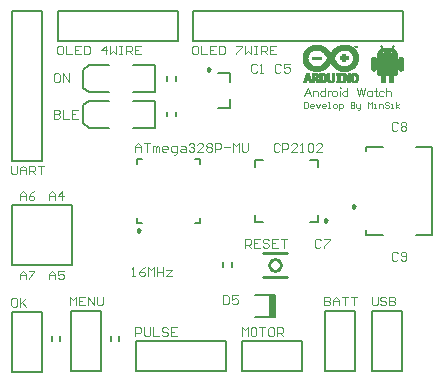
<source format=gto>
G04 Layer_Color=65535*
%FSLAX44Y44*%
%MOMM*%
G71*
G01*
G75*
%ADD23C,0.2000*%
%ADD34C,0.1000*%
%ADD35C,0.2540*%
%ADD36C,0.2500*%
%ADD37C,0.0063*%
%ADD38C,0.1250*%
%ADD39C,0.1000*%
%ADD40R,0.5080X1.8000*%
D23*
X312300Y7300D02*
X337700D01*
X312300D02*
X312300Y58100D01*
X337700Y58100D01*
X337700Y7300D02*
X337700Y58100D01*
X272300Y7300D02*
X297700D01*
X272300D02*
X272300Y58100D01*
X297700Y58100D01*
X297700Y7300D02*
X297700Y58100D01*
X213440Y71500D02*
X230310D01*
X213440Y53500D02*
X230310D01*
Y71500D01*
X253100Y7300D02*
X253100Y32700D01*
X202300Y7300D02*
X253100Y7300D01*
X202300Y32700D02*
X202300Y7300D01*
X202300Y32700D02*
X253100Y32700D01*
X112300Y32700D02*
X188500Y32700D01*
X112300Y7300D02*
X112300Y32700D01*
X112300Y7300D02*
X188500Y7300D01*
X188500Y32700D01*
X57300Y7300D02*
X82700D01*
X57300D02*
X57300Y58100D01*
X82700Y58100D01*
X82700Y7300D02*
X82700Y58100D01*
X7300Y6900D02*
X32700Y6900D01*
X7300Y6900D02*
X7300Y57700D01*
X32700Y57700D01*
X32700Y6900D01*
X7300Y185700D02*
X32700Y185700D01*
X7300Y312700D02*
X7300Y185700D01*
X32700Y185700D02*
Y312700D01*
X7300Y312700D02*
X32700Y312700D01*
X186500Y95500D02*
X186500Y99500D01*
X193500Y95500D02*
X193500Y99500D01*
X73000Y213500D02*
X90000Y213500D01*
X68000Y232500D02*
X73000Y236500D01*
X68000Y217500D02*
X73000Y213500D01*
X73000Y236500D02*
X90000Y236500D01*
X68000Y232500D02*
X68000Y217500D01*
X129000Y236500D02*
X129000Y213500D01*
X110000Y213500D02*
X129000Y213500D01*
X110000Y236500D02*
X129000Y236500D01*
X73000Y243500D02*
X90000D01*
X68000Y262500D02*
X73000Y266500D01*
X68000Y247500D02*
X73000Y243500D01*
X73000Y266500D02*
X90000Y266500D01*
X68000Y247500D02*
Y262500D01*
X129000Y243500D02*
Y266500D01*
X110000Y243500D02*
X129000Y243500D01*
X110000Y266500D02*
X129000D01*
X147700Y287300D02*
X147700Y312700D01*
X46100Y287300D02*
X147700Y287300D01*
X46100Y312700D02*
X147700D01*
X46100Y287300D02*
X46100Y312700D01*
X161100Y312700D02*
X338900Y312700D01*
X161100Y287300D02*
X161100Y312700D01*
X161100Y287300D02*
X338900Y287300D01*
X338900Y312700D02*
X338900Y287300D01*
X307000Y122500D02*
X321770D01*
X307000D02*
Y126510D01*
Y193490D02*
Y197500D01*
X321770D01*
X349230D02*
X363000D01*
Y122500D02*
Y197500D01*
X349230Y122500D02*
X363000D01*
X58100Y96900D02*
X58100Y147700D01*
X7300D02*
X58100D01*
X7300Y96900D02*
X58100Y96900D01*
X7300Y96900D02*
X7300Y147700D01*
X139000Y257000D02*
X139000Y253000D01*
X146000Y257000D02*
X146000Y253000D01*
X139000Y227000D02*
X139000Y223000D01*
X146000Y227000D02*
X146000Y223000D01*
X48500Y33000D02*
X48500Y37000D01*
X41500Y37000D02*
X41500Y33000D01*
X98500Y33000D02*
X98500Y37000D01*
X91500Y37000D02*
X91500Y33000D01*
X266500Y133500D02*
Y140000D01*
X260000Y133500D02*
X266500D01*
X213500D02*
X220000Y133500D01*
X213500Y133500D02*
Y140000D01*
X213500Y180000D02*
X213500Y186500D01*
X220000Y186500D01*
X266500Y186500D02*
X266500Y180000D01*
X260000Y186500D02*
X266500D01*
X182000Y260000D02*
X192000D01*
Y252000D02*
Y260000D01*
X182000Y230000D02*
X192000D01*
Y238000D01*
X113000Y133000D02*
X117250Y133000D01*
X113000Y137250D02*
X113000Y133000D01*
X162750Y133000D02*
X167000Y133000D01*
X167000Y137250D02*
X167000Y133000D01*
X162750Y187000D02*
X167000Y187000D01*
X167000Y182750D01*
X113000Y187000D02*
X117250Y187000D01*
X113000Y187000D02*
X113000Y182750D01*
D34*
X145080Y51560D02*
D03*
D35*
X235000Y97500D02*
X234330Y100000D01*
X232500Y101830D01*
X230000Y102500D01*
X227500Y101830D01*
X225670Y100000D01*
X225000Y97500D01*
X225670Y95000D01*
X227500Y93170D01*
X230000Y92500D01*
X232500Y93170D01*
X234330Y95000D01*
X235000Y97500D01*
X220000Y107500D02*
X240000Y107500D01*
X220000Y87500D02*
X240000Y87500D01*
D36*
X297750Y147000D02*
X295875Y148083D01*
Y145918D01*
X297750Y147000D01*
X274250Y135000D02*
X272375Y136083D01*
Y133918D01*
X274250Y135000D01*
X175250Y263000D02*
X173375Y264083D01*
Y261917D01*
X175250Y263000D01*
X115750Y126500D02*
X113875Y127583D01*
Y125417D01*
X115750Y126500D01*
D37*
X263792Y283612D02*
X266395D01*
X287605D02*
X290208D01*
X263284Y283549D02*
X266967D01*
X287033D02*
X290716D01*
X262903Y283486D02*
X267348D01*
X286652D02*
X291097D01*
X262586Y283422D02*
X267729D01*
X286271D02*
X291415D01*
X262268Y283358D02*
X267983D01*
X285954D02*
X291732D01*
X262014Y283295D02*
X268300D01*
X285700D02*
X291986D01*
X261824Y283232D02*
X268554D01*
X285445D02*
X292176D01*
X261569Y283168D02*
X268745D01*
X285255D02*
X292430D01*
X261379Y283104D02*
X268999D01*
X285001D02*
X292621D01*
X261189Y283041D02*
X269189D01*
X284811D02*
X292812D01*
X260998Y282978D02*
X269380D01*
X284620D02*
X293002D01*
X260807Y282914D02*
X269571D01*
X284429D02*
X293129D01*
X260681Y282850D02*
X269697D01*
X284303D02*
X293319D01*
X297447D02*
X298780D01*
X299225D02*
X299606D01*
X260490Y282787D02*
X269888D01*
X284112D02*
X293510D01*
X297383D02*
X298844D01*
X299161D02*
X299606D01*
X260363Y282724D02*
X270015D01*
X283985D02*
X293637D01*
X297383D02*
X298844D01*
X298908D02*
X298971D01*
X299035D02*
X299098D01*
X299161D02*
X299606D01*
X260236Y282660D02*
X270205D01*
X283794D02*
X293764D01*
X297383D02*
X298971D01*
X299035D02*
X299098D01*
X299161D02*
X299606D01*
X260046Y282596D02*
X270333D01*
X283668D02*
X293891D01*
X297383D02*
X298908D01*
X299098D02*
X299606D01*
X259918Y282533D02*
X270459D01*
X283540D02*
X294081D01*
X297511D02*
X297764D01*
X297828D02*
X298908D01*
X298971D02*
X299035D01*
X299098D02*
X299606D01*
X259792Y282470D02*
X270586D01*
X283414D02*
X294209D01*
X297828D02*
X298146D01*
X298400D02*
X299035D01*
X299098D02*
X299606D01*
X259664Y282406D02*
X270714D01*
X283286D02*
X294335D01*
X297828D02*
X298146D01*
X298400D02*
X298971D01*
X299035D02*
X299606D01*
X259538Y282342D02*
X270840D01*
X283160D02*
X294463D01*
X297828D02*
X298146D01*
X298400D02*
X298971D01*
X299035D02*
X299606D01*
X259410Y282279D02*
X270968D01*
X283032D02*
X294526D01*
X297828D02*
X298146D01*
X298400D02*
X298971D01*
X299035D02*
X299606D01*
X259347Y282215D02*
X271094D01*
X282906D02*
X294653D01*
X297828D02*
X298146D01*
X298400D02*
X299606D01*
X259220Y282152D02*
X271222D01*
X282778D02*
X294780D01*
X297828D02*
X298146D01*
X298400D02*
X299606D01*
X259093Y282089D02*
X271348D01*
X282652D02*
X294907D01*
X297828D02*
X298146D01*
X298400D02*
X299606D01*
X258966Y282025D02*
X271476D01*
X282525D02*
X295034D01*
X297828D02*
X298146D01*
X298400D02*
X298717D01*
X298780D02*
X299606D01*
X258902Y281961D02*
X271539D01*
X282397D02*
X295098D01*
X297828D02*
X298146D01*
X298400D02*
X298717D01*
X298780D02*
X299225D01*
X299289D02*
X299606D01*
X258776Y281898D02*
X271666D01*
X282334D02*
X295224D01*
X297828D02*
X298146D01*
X298400D02*
X298717D01*
X298780D02*
X299225D01*
X299289D02*
X299606D01*
X258648Y281835D02*
X271793D01*
X282207D02*
X295352D01*
X297828D02*
X298146D01*
X298400D02*
X298717D01*
X298844D02*
X299225D01*
X299289D02*
X299606D01*
X258585Y281771D02*
X271856D01*
X282143D02*
X295415D01*
X297828D02*
X298146D01*
X298400D02*
X298717D01*
X298844D02*
X299161D01*
X299289D02*
X299606D01*
X258458Y281707D02*
X271984D01*
X282017D02*
X295542D01*
X297828D02*
X298146D01*
X298400D02*
X298717D01*
X298844D02*
X299161D01*
X299289D02*
X299606D01*
X258395Y281644D02*
X272111D01*
X272174D02*
X272237D01*
X281763D02*
X281826D01*
X281889D02*
X295606D01*
X258267Y281581D02*
X272174D01*
X281826D02*
X295732D01*
X258204Y281517D02*
X272301D01*
X281699D02*
X295796D01*
X295860D02*
X295923D01*
X258141Y281453D02*
X272365D01*
X281635D02*
X295860D01*
X258013Y281390D02*
X272491D01*
X281509D02*
X295986D01*
X257950Y281327D02*
X272555D01*
X272619D02*
X272682D01*
X281445D02*
X296050D01*
X257887Y281263D02*
X272619D01*
X281381D02*
X296113D01*
X257759Y281199D02*
X272745D01*
X281255D02*
X296241D01*
X257696Y281136D02*
X272809D01*
X281191D02*
X296304D01*
X257633Y281073D02*
X272873D01*
X281127D02*
X296367D01*
X257569Y281009D02*
X272999D01*
X281000D02*
X296431D01*
X257442Y280945D02*
X273063D01*
X280937D02*
X296558D01*
X257379Y280882D02*
X273127D01*
X280874D02*
X296621D01*
X257315Y280819D02*
X273190D01*
X280810D02*
X296685D01*
X257251Y280755D02*
X273317D01*
X280683D02*
X296749D01*
X257188Y280692D02*
X273381D01*
X280620D02*
X296812D01*
X257125Y280628D02*
X273444D01*
X280556D02*
X296875D01*
X257061Y280564D02*
X273507D01*
X280492D02*
X297003D01*
X256870Y280501D02*
X256934D01*
X256998D02*
X273507D01*
X273571D02*
X273634D01*
X280429D02*
X297003D01*
X256807Y280438D02*
X256870D01*
X256934D02*
X273698D01*
X280366D02*
X297066D01*
X256744Y280374D02*
X256807D01*
X256870D02*
X273698D01*
X280302D02*
X297129D01*
X297193D02*
X297257D01*
X256680Y280310D02*
X256744D01*
X256807D02*
X273762D01*
X280238D02*
X297193D01*
X297257D02*
X297320D01*
X256616Y280247D02*
X256680D01*
X256744D02*
X273825D01*
X280175D02*
X297257D01*
X297320D02*
X297383D01*
X256553Y280184D02*
X256616D01*
X256680D02*
X273888D01*
X280112D02*
X297320D01*
X297383D02*
X297447D01*
X256490Y280120D02*
X256553D01*
X256616D02*
X273952D01*
X280048D02*
X297383D01*
X297447D02*
X297511D01*
X256426Y280056D02*
X256490D01*
X256553D02*
X274016D01*
X279984D02*
X297447D01*
X297511D02*
X297574D01*
X256362Y279993D02*
X256426D01*
X256490D02*
X274079D01*
X279921D02*
X297511D01*
X297574D02*
X297638D01*
X256426Y279930D02*
X274142D01*
X279858D02*
X297574D01*
X256362Y279866D02*
X274206D01*
X279730D02*
X297638D01*
X256299Y279802D02*
X274270D01*
X279667D02*
X297638D01*
X256299Y279739D02*
X274333D01*
X279604D02*
X297701D01*
X256236Y279676D02*
X264618D01*
X265570D02*
X274396D01*
X279540D02*
X288430D01*
X289382D02*
X297764D01*
X297828D02*
X297892D01*
X256045Y279612D02*
X256108D01*
X256172D02*
X263919D01*
X266269D02*
X274460D01*
X279477D02*
X287731D01*
X290081D02*
X297828D01*
X297892D02*
X297955D01*
X255982Y279548D02*
X256045D01*
X256108D02*
X263538D01*
X266713D02*
X274524D01*
X279413D02*
X287287D01*
X290462D02*
X297892D01*
X297955D02*
X298018D01*
X256045Y279485D02*
X263221D01*
X267031D02*
X274587D01*
X279349D02*
X286970D01*
X290779D02*
X297955D01*
X255982Y279422D02*
X262966D01*
X267348D02*
X274650D01*
X279286D02*
X286652D01*
X291033D02*
X298018D01*
X255982Y279358D02*
X262776D01*
X267602D02*
X274714D01*
X279286D02*
X286398D01*
X291224D02*
X298018D01*
X255791Y279294D02*
X255854D01*
X255918D02*
X262586D01*
X267792D02*
X274778D01*
X279223D02*
X286208D01*
X291415D02*
X298082D01*
X298146D02*
X298209D01*
X255728Y279231D02*
X255791D01*
X255854D02*
X262395D01*
X267983D02*
X274841D01*
X274904D02*
X274968D01*
X279032D02*
X279095D01*
X279159D02*
X286017D01*
X291605D02*
X298146D01*
X298209D02*
X298272D01*
X255728Y279167D02*
X262204D01*
X268174D02*
X274904D01*
X274968D02*
X275032D01*
X278969D02*
X279032D01*
X279095D02*
X285826D01*
X291796D02*
X298272D01*
X255728Y279104D02*
X262014D01*
X268364D02*
X274968D01*
X275032D02*
X275095D01*
X278905D02*
X278969D01*
X279032D02*
X285636D01*
X291986D02*
X298209D01*
X255600Y279041D02*
X255664D01*
X255728D02*
X261887D01*
X268491D02*
X275032D01*
X275095D02*
X275159D01*
X278841D02*
X278905D01*
X278969D02*
X285509D01*
X292113D02*
X298272D01*
X298336D02*
X298400D01*
X255537Y278977D02*
X255600D01*
X255664D02*
X261760D01*
X268682D02*
X275095D01*
X275159D02*
X275222D01*
X278778D02*
X278841D01*
X278905D02*
X285319D01*
X292240D02*
X298336D01*
X298400D02*
X298463D01*
X255537Y278913D02*
X261633D01*
X268808D02*
X275159D01*
X278841D02*
X285191D01*
X292367D02*
X298463D01*
X255537Y278850D02*
X261506D01*
X268936D02*
X275222D01*
X278778D02*
X285065D01*
X292494D02*
X298400D01*
X255410Y278787D02*
X255473D01*
X255537D02*
X261379D01*
X269062D02*
X275222D01*
X278778D02*
X284937D01*
X292621D02*
X298463D01*
X298526D02*
X298590D01*
X255410Y278723D02*
X261252D01*
X269189D02*
X275285D01*
X278715D02*
X284811D01*
X292748D02*
X298590D01*
X255473Y278659D02*
X261125D01*
X269317D02*
X275349D01*
X275413D02*
X275476D01*
X278524D02*
X278587D01*
X278651D02*
X284683D01*
X292875D02*
X298526D01*
X255283Y278596D02*
X255347D01*
X255410D02*
X260998D01*
X261125D02*
X261189D01*
X269443D02*
X275413D01*
X275476D02*
X275539D01*
X278461D02*
X278524D01*
X278587D02*
X284557D01*
X293002D02*
X298590D01*
X298654D02*
X298717D01*
X255283Y278533D02*
X260935D01*
X269507D02*
X275539D01*
X278397D02*
X278461D01*
X278524D02*
X284429D01*
X293065D02*
X298717D01*
X255347Y278469D02*
X260807D01*
X260935D02*
X260998D01*
X269634D02*
X275539D01*
X278397D02*
X284366D01*
X293193D02*
X298654D01*
X255156Y278405D02*
X255219D01*
X255283D02*
X260744D01*
X269571D02*
X269634D01*
X269761D02*
X275539D01*
X278397D02*
X284239D01*
X284366D02*
X284429D01*
X293256D02*
X298717D01*
X298780D02*
X298844D01*
X255156Y278342D02*
X260617D01*
X260744D02*
X260807D01*
X269825D02*
X275603D01*
X278397D02*
X284175D01*
X293193D02*
X293256D01*
X293383D02*
X298844D01*
X255093Y278279D02*
X255156D01*
X255219D02*
X260553D01*
X269951D02*
X275667D01*
X275730D02*
X275793D01*
X278207D02*
X278270D01*
X278333D02*
X284049D01*
X293447D02*
X298780D01*
X298844D02*
X298908D01*
X255156Y278215D02*
X260427D01*
X270015D02*
X275730D01*
X275793D02*
X275857D01*
X278143D02*
X278207D01*
X278270D02*
X283985D01*
X293383D02*
X293447D01*
X293573D02*
X298908D01*
X255093Y278151D02*
X260363D01*
X269951D02*
X270015D01*
X270142D02*
X275857D01*
X278143D02*
X283858D01*
X293637D02*
X298844D01*
X254965Y278088D02*
X255029D01*
X255093D02*
X260299D01*
X270205D02*
X275857D01*
X278143D02*
X283794D01*
X293701D02*
X298908D01*
X298971D02*
X299035D01*
X254965Y278025D02*
X260173D01*
X270142D02*
X270205D01*
X270269D02*
X275857D01*
X278143D02*
X283668D01*
X293827D02*
X299035D01*
X254902Y277961D02*
X254965D01*
X255029D02*
X260109D01*
X260173D02*
X260236D01*
X270396D02*
X275921D01*
X275984D02*
X276047D01*
X277952D02*
X278016D01*
X278079D02*
X283604D01*
X293891D02*
X298971D01*
X299035D02*
X299098D01*
X254902Y277897D02*
X260046D01*
X270459D02*
X276111D01*
X277889D02*
X283540D01*
X293955D02*
X299098D01*
X254965Y277834D02*
X259982D01*
X270523D02*
X276111D01*
X277889D02*
X283414D01*
X294018D02*
X299035D01*
X254839Y277771D02*
X259918D01*
X270650D02*
X276047D01*
X277952D02*
X283350D01*
X283414D02*
X283477D01*
X294081D02*
X299161D01*
X254902Y277707D02*
X259855D01*
X270714D02*
X276111D01*
X277889D02*
X283286D01*
X294145D02*
X299098D01*
X254711Y277644D02*
X254775D01*
X254839D02*
X259792D01*
X270777D02*
X276238D01*
X277762D02*
X283223D01*
X294209D02*
X299161D01*
X254711Y277580D02*
X259792D01*
X270840D02*
X276301D01*
X277698D02*
X283160D01*
X294209D02*
X299225D01*
X254775Y277516D02*
X259728D01*
X270840D02*
X270904D01*
X270968D02*
X276238D01*
X277762D02*
X283032D01*
X283096D02*
X283160D01*
X294272D02*
X299225D01*
X254648Y277453D02*
X259664D01*
X270904D02*
X270968D01*
X271031D02*
X276301D01*
X277698D02*
X282969D01*
X283032D02*
X283096D01*
X294335D02*
X299225D01*
X299289D02*
X299352D01*
X254711Y277390D02*
X259601D01*
X270968D02*
X271031D01*
X271094D02*
X276429D01*
X277572D02*
X282906D01*
X282969D02*
X283032D01*
X294399D02*
X299289D01*
X254711Y277326D02*
X259474D01*
X271031D02*
X271094D01*
X271158D02*
X276365D01*
X277635D02*
X282842D01*
X282906D02*
X282969D01*
X294526D02*
X299289D01*
X254648Y277262D02*
X259410D01*
X271158D02*
X276429D01*
X277572D02*
X282842D01*
X294590D02*
X299352D01*
X254648Y277199D02*
X259347D01*
X271222D02*
X276556D01*
X277444D02*
X282778D01*
X294653D02*
X299352D01*
X254585Y277136D02*
X259347D01*
X271285D02*
X276492D01*
X276556D02*
X276619D01*
X277381D02*
X277444D01*
X277508D02*
X282715D01*
X294653D02*
X299479D01*
X254585Y277072D02*
X259284D01*
X271348D02*
X276556D01*
X277444D02*
X282652D01*
X294716D02*
X299415D01*
X254457Y277008D02*
X259284D01*
X271412D02*
X276619D01*
X277381D02*
X282588D01*
X294716D02*
X299415D01*
X299479D02*
X299543D01*
X254521Y276945D02*
X259284D01*
X271476D02*
X276746D01*
X277254D02*
X282525D01*
X294716D02*
X299479D01*
X254394Y276882D02*
X254457D01*
X254521D02*
X259093D01*
X271539D02*
X276682D01*
X276746D02*
X276810D01*
X277190D02*
X277254D01*
X277318D02*
X282461D01*
X294907D02*
X299479D01*
X299543D02*
X299606D01*
X254394Y276818D02*
X259030D01*
X271602D02*
X276746D01*
X277254D02*
X282397D01*
X294970D02*
X299606D01*
X254331Y276754D02*
X254394D01*
X254457D02*
X259030D01*
X271666D02*
X276810D01*
X277190D02*
X282334D01*
X294907D02*
X299543D01*
X254331Y276691D02*
X259030D01*
X271730D02*
X276810D01*
X276873D02*
X276936D01*
X277190D02*
X282271D01*
X294907D02*
X299606D01*
X254394Y276628D02*
X258902D01*
X258966D02*
X259030D01*
X271730D02*
X276873D01*
X277127D02*
X282271D01*
X294970D02*
X295034D01*
X295098D02*
X299606D01*
X254267Y276564D02*
X254331D01*
X254394D02*
X258839D01*
X271730D02*
X276936D01*
X277064D02*
X282271D01*
X295161D02*
X299606D01*
X299669D02*
X299733D01*
X254267Y276500D02*
X258902D01*
X271793D02*
X271856D01*
X271920D02*
X276936D01*
X277064D02*
X282080D01*
X282143D02*
X282207D01*
X295098D02*
X299733D01*
X254203Y276437D02*
X254267D01*
X254331D02*
X258776D01*
X258839D02*
X258902D01*
X271856D02*
X271920D01*
X271984D02*
X282017D01*
X282080D02*
X282143D01*
X295098D02*
X295161D01*
X295224D02*
X299669D01*
X254203Y276374D02*
X258712D01*
X271920D02*
X271984D01*
X272047D02*
X281953D01*
X282017D02*
X282080D01*
X295288D02*
X299733D01*
X254267Y276310D02*
X258776D01*
X271984D02*
X272047D01*
X272111D02*
X281889D01*
X281953D02*
X282017D01*
X295224D02*
X299733D01*
X254140Y276246D02*
X254203D01*
X254267D02*
X258648D01*
X258712D02*
X258776D01*
X272174D02*
X281826D01*
X295224D02*
X295288D01*
X295352D02*
X299733D01*
X299797D02*
X299860D01*
X254140Y276183D02*
X258585D01*
X272237D02*
X281763D01*
X287287D02*
X289510D01*
X295415D02*
X299860D01*
X254203Y276119D02*
X258648D01*
X272237D02*
X281763D01*
X287287D02*
X289510D01*
X295352D02*
X299797D01*
X254076Y276056D02*
X254140D01*
X254203D02*
X258521D01*
X258585D02*
X258648D01*
X272237D02*
X281763D01*
X287287D02*
X289510D01*
X295352D02*
X295415D01*
X295478D02*
X299797D01*
X299860D02*
X299923D01*
X254076Y275993D02*
X258585D01*
X272237D02*
X272301D01*
X272365D02*
X281635D01*
X281699D02*
X281763D01*
X287287D02*
X289510D01*
X295415D02*
X299923D01*
X254140Y275929D02*
X258458D01*
X258521D02*
X258585D01*
X272301D02*
X272365D01*
X272428D02*
X281572D01*
X281635D02*
X281699D01*
X287287D02*
X289510D01*
X295415D02*
X295478D01*
X295542D02*
X299860D01*
X254013Y275865D02*
X254076D01*
X254140D02*
X258521D01*
X272365D02*
X272428D01*
X272491D02*
X281509D01*
X281572D02*
X281635D01*
X287287D02*
X289510D01*
X295478D02*
X299860D01*
X299923D02*
X299987D01*
X254013Y275802D02*
X258395D01*
X258458D02*
X258521D01*
X272555D02*
X281445D01*
X287287D02*
X289510D01*
X295478D02*
X295542D01*
X295606D02*
X299987D01*
X254076Y275739D02*
X258395D01*
X272491D02*
X281509D01*
X287287D02*
X289510D01*
X295542D02*
X299923D01*
X254076Y275675D02*
X258331D01*
X272491D02*
X272555D01*
X272619D02*
X281381D01*
X281445D02*
X281509D01*
X287287D02*
X289510D01*
X295542D02*
X295606D01*
X295669D02*
X299923D01*
X253950Y275611D02*
X258331D01*
X272555D02*
X272619D01*
X272682D02*
X281318D01*
X281381D02*
X281445D01*
X287287D02*
X289510D01*
X295669D02*
X300051D01*
X253950Y275548D02*
X258267D01*
X272619D02*
X272682D01*
X272745D02*
X281255D01*
X281318D02*
X281381D01*
X287287D02*
X289510D01*
X295732D02*
X300051D01*
X254013Y275485D02*
X258331D01*
X272809D02*
X281191D01*
X287287D02*
X289510D01*
X295669D02*
X299987D01*
X254013Y275421D02*
X258204D01*
X258267D02*
X258331D01*
X272745D02*
X281255D01*
X287287D02*
X289510D01*
X295669D02*
X295732D01*
X295796D02*
X299987D01*
X300051D02*
X300114D01*
X253886Y275357D02*
X258267D01*
X272745D02*
X272809D01*
X272873D02*
X281127D01*
X281191D02*
X281255D01*
X287287D02*
X289510D01*
X295732D02*
X300114D01*
X253950Y275294D02*
X258141D01*
X258204D02*
X258267D01*
X272809D02*
X272873D01*
X272936D02*
X281064D01*
X281127D02*
X281191D01*
X287287D02*
X289510D01*
X295732D02*
X295796D01*
X295860D02*
X300051D01*
X253950Y275231D02*
X258141D01*
X272999D02*
X281000D01*
X287287D02*
X289510D01*
X295860D02*
X300051D01*
X253950Y275167D02*
X258077D01*
X258141D02*
X258204D01*
X272936D02*
X281064D01*
X287287D02*
X289510D01*
X295796D02*
X295860D01*
X295923D02*
X300051D01*
X300114D02*
X300177D01*
X253822Y275103D02*
X258077D01*
X272936D02*
X272999D01*
X273063D02*
X280937D01*
X281000D02*
X281064D01*
X287287D02*
X289510D01*
X295923D02*
X300177D01*
X253886Y275040D02*
X258141D01*
X272999D02*
X273063D01*
X273127D02*
X280874D01*
X280937D02*
X281000D01*
X287287D02*
X289510D01*
X295860D02*
X300114D01*
X253886Y274977D02*
X258013D01*
X258077D02*
X258141D01*
X273127D02*
X280810D01*
X287287D02*
X289510D01*
X295860D02*
X295923D01*
X295986D02*
X300114D01*
X253886Y274913D02*
X258013D01*
X273190D02*
X280810D01*
X287287D02*
X289510D01*
X295986D02*
X300114D01*
X253822Y274849D02*
X258077D01*
X273127D02*
X273190D01*
X273253D02*
X280746D01*
X280810D02*
X280874D01*
X287287D02*
X289510D01*
X295923D02*
X300177D01*
X253822Y274786D02*
X257950D01*
X258013D02*
X258077D01*
X273317D02*
X280683D01*
X287287D02*
X289510D01*
X295923D02*
X295986D01*
X296050D02*
X300177D01*
X253822Y274722D02*
X257950D01*
X273317D02*
X280620D01*
X287287D02*
X289510D01*
X296050D02*
X300177D01*
X253822Y274659D02*
X258013D01*
X273381D02*
X280556D01*
X287287D02*
X289510D01*
X295986D02*
X300177D01*
X253822Y274596D02*
X257887D01*
X257950D02*
X258013D01*
X273317D02*
X273381D01*
X273444D02*
X280556D01*
X280620D02*
X280683D01*
X287287D02*
X289510D01*
X295986D02*
X296050D01*
X296113D02*
X300177D01*
X253759Y274532D02*
X257887D01*
X273507D02*
X280492D01*
X287287D02*
X289510D01*
X296113D02*
X300177D01*
X253759Y274468D02*
X257887D01*
X273507D02*
X280429D01*
X287287D02*
X289510D01*
X296113D02*
X300305D01*
X253759Y274405D02*
X257823D01*
X257887D02*
X257950D01*
X273444D02*
X273507D01*
X273571D02*
X280429D01*
X287287D02*
X289510D01*
X296050D02*
X296113D01*
X296177D02*
X300241D01*
X253759Y274342D02*
X257823D01*
X273634D02*
X280366D01*
X287287D02*
X289510D01*
X296177D02*
X300241D01*
X253759Y274278D02*
X257823D01*
X273634D02*
X280302D01*
X287287D02*
X289510D01*
X296177D02*
X300241D01*
X253759Y274214D02*
X257823D01*
X273571D02*
X273634D01*
X273698D02*
X280238D01*
X280302D02*
X280366D01*
X287287D02*
X289510D01*
X296177D02*
X300241D01*
X253759Y274151D02*
X257759D01*
X257823D02*
X257887D01*
X273762D02*
X280238D01*
X287287D02*
X289510D01*
X296113D02*
X296177D01*
X296241D02*
X300241D01*
X253759Y274088D02*
X257759D01*
X273825D02*
X280175D01*
X287287D02*
X289510D01*
X296241D02*
X300241D01*
X253759Y274024D02*
X257759D01*
X273825D02*
X280238D01*
X285128D02*
X291668D01*
X296241D02*
X300305D01*
X253759Y273960D02*
X257759D01*
X273888D02*
X280175D01*
X285128D02*
X291668D01*
X296241D02*
X300305D01*
X253759Y273897D02*
X257759D01*
X273952D02*
X280048D01*
X285128D02*
X291668D01*
X296241D02*
X300305D01*
X253759Y273834D02*
X257696D01*
X257759D02*
X257823D01*
X273888D02*
X280112D01*
X285128D02*
X291668D01*
X296177D02*
X296241D01*
X296304D02*
X300305D01*
X253759Y273770D02*
X257696D01*
X261379D02*
X269253D01*
X274016D02*
X279984D01*
X285128D02*
X291668D01*
X296177D02*
X296241D01*
X296304D02*
X300305D01*
X253759Y273706D02*
X257696D01*
X261379D02*
X269253D01*
X274079D02*
X279921D01*
X285128D02*
X291668D01*
X296177D02*
X296241D01*
X296304D02*
X300305D01*
X253759Y273643D02*
X257696D01*
X261379D02*
X269253D01*
X274016D02*
X279984D01*
X285128D02*
X291668D01*
X296304D02*
X300305D01*
X253759Y273580D02*
X257696D01*
X261379D02*
X269253D01*
X274142D02*
X279858D01*
X279921D02*
X279984D01*
X285128D02*
X291668D01*
X296304D02*
X300305D01*
X253759Y273516D02*
X257696D01*
X261379D02*
X269253D01*
X274206D02*
X279794D01*
X285128D02*
X291668D01*
X296304D02*
X300305D01*
X253759Y273452D02*
X257696D01*
X261379D02*
X269253D01*
X274142D02*
X279858D01*
X285128D02*
X291668D01*
X296304D02*
X300368D01*
X253759Y273389D02*
X257633D01*
X257696D02*
X257759D01*
X261379D02*
X269253D01*
X274142D02*
X274206D01*
X274270D02*
X279730D01*
X279794D02*
X279858D01*
X285128D02*
X291668D01*
X296241D02*
X296304D01*
X296367D02*
X300368D01*
X253759Y273326D02*
X257633D01*
X257696D02*
X257759D01*
X261379D02*
X269253D01*
X274270D02*
X279667D01*
X285128D02*
X291668D01*
X296241D02*
X296304D01*
X296367D02*
X300368D01*
X253759Y273262D02*
X257633D01*
X257696D02*
X257759D01*
X261379D02*
X269253D01*
X274270D02*
X279730D01*
X285128D02*
X291668D01*
X296241D02*
X296304D01*
X296367D02*
X300368D01*
X253759Y273199D02*
X257633D01*
X261379D02*
X269253D01*
X274270D02*
X274333D01*
X274396D02*
X279604D01*
X279667D02*
X279730D01*
X285128D02*
X291668D01*
X296367D02*
X300368D01*
X253759Y273135D02*
X257633D01*
X261379D02*
X269253D01*
X274396D02*
X279604D01*
X285128D02*
X291668D01*
X296367D02*
X300368D01*
X253759Y273071D02*
X257633D01*
X261379D02*
X269253D01*
X274396D02*
X279604D01*
X285128D02*
X291668D01*
X296367D02*
X300368D01*
X253759Y273008D02*
X257633D01*
X261379D02*
X269253D01*
X274396D02*
X274460D01*
X274524D02*
X279477D01*
X279540D02*
X279604D01*
X285128D02*
X291668D01*
X296367D02*
X300368D01*
X253759Y272945D02*
X257633D01*
X261379D02*
X269253D01*
X274524D02*
X279477D01*
X285128D02*
X291668D01*
X296367D02*
X300368D01*
X253759Y272881D02*
X257633D01*
X261379D02*
X269253D01*
X274587D02*
X279413D01*
X285128D02*
X291668D01*
X296367D02*
X300368D01*
X253759Y272817D02*
X257633D01*
X261379D02*
X269253D01*
X274524D02*
X274587D01*
X274650D02*
X279349D01*
X279413D02*
X279477D01*
X285128D02*
X291668D01*
X296367D02*
X300368D01*
X253759Y272754D02*
X257633D01*
X261379D02*
X269253D01*
X274524D02*
X274587D01*
X274650D02*
X279349D01*
X279413D02*
X279477D01*
X285128D02*
X291668D01*
X296367D02*
X300368D01*
X253759Y272691D02*
X257633D01*
X261379D02*
X269253D01*
X274524D02*
X279477D01*
X285128D02*
X291668D01*
X296367D02*
X300368D01*
X253759Y272627D02*
X257633D01*
X261379D02*
X269253D01*
X274460D02*
X274524D01*
X274587D02*
X279413D01*
X279477D02*
X279540D01*
X285128D02*
X291668D01*
X296367D02*
X300368D01*
X253759Y272563D02*
X257633D01*
X261379D02*
X269253D01*
X274524D02*
X279540D01*
X285128D02*
X291668D01*
X296367D02*
X300368D01*
X253759Y272500D02*
X257633D01*
X261379D02*
X269253D01*
X274460D02*
X279540D01*
X285128D02*
X291668D01*
X296367D02*
X300368D01*
X253759Y272437D02*
X257633D01*
X261379D02*
X269253D01*
X274333D02*
X274396D01*
X274460D02*
X279540D01*
X279604D02*
X279667D01*
X285128D02*
X291668D01*
X296367D02*
X300368D01*
X253759Y272373D02*
X257633D01*
X261379D02*
X269253D01*
X274333D02*
X279667D01*
X285128D02*
X291668D01*
X296367D02*
X300368D01*
X253759Y272309D02*
X257633D01*
X261379D02*
X269253D01*
X274270D02*
X274333D01*
X274396D02*
X279604D01*
X279667D02*
X279730D01*
X285128D02*
X291668D01*
X296367D02*
X300368D01*
X253759Y272246D02*
X257633D01*
X261379D02*
X269253D01*
X274333D02*
X279667D01*
X285128D02*
X291668D01*
X296367D02*
X300368D01*
X253759Y272183D02*
X257633D01*
X261379D02*
X269253D01*
X274270D02*
X279730D01*
X285128D02*
X291668D01*
X296367D02*
X300368D01*
X253759Y272119D02*
X257633D01*
X261379D02*
X269253D01*
X274142D02*
X274206D01*
X274270D02*
X279730D01*
X279794D02*
X279858D01*
X285128D02*
X291668D01*
X296367D02*
X300368D01*
X253759Y272055D02*
X257633D01*
X261379D02*
X269253D01*
X274206D02*
X279858D01*
X285128D02*
X291668D01*
X296367D02*
X300368D01*
X253759Y271992D02*
X257633D01*
X257696D02*
X257759D01*
X274142D02*
X279858D01*
X285128D02*
X291668D01*
X296241D02*
X296304D01*
X296367D02*
X300368D01*
X253759Y271929D02*
X257633D01*
X257696D02*
X257759D01*
X274016D02*
X274079D01*
X274142D02*
X279858D01*
X279921D02*
X279984D01*
X285128D02*
X291668D01*
X296241D02*
X296304D01*
X296367D02*
X300368D01*
X253759Y271865D02*
X257633D01*
X257696D02*
X257759D01*
X274016D02*
X279984D01*
X285128D02*
X291668D01*
X296241D02*
X296304D01*
X296367D02*
X300368D01*
X253759Y271801D02*
X257696D01*
X274079D02*
X279921D01*
X279984D02*
X280048D01*
X287287D02*
X289510D01*
X296304D02*
X300368D01*
X253759Y271738D02*
X257696D01*
X274016D02*
X279984D01*
X287287D02*
X289510D01*
X296304D02*
X300305D01*
X253759Y271674D02*
X257696D01*
X273952D02*
X280048D01*
X287287D02*
X289510D01*
X296304D02*
X300305D01*
X253759Y271611D02*
X257696D01*
X273952D02*
X280048D01*
X287287D02*
X289510D01*
X296304D02*
X300305D01*
X253759Y271548D02*
X257696D01*
X273888D02*
X280112D01*
X287287D02*
X289510D01*
X296177D02*
X296241D01*
X296304D02*
X300305D01*
X253759Y271484D02*
X257696D01*
X273825D02*
X280175D01*
X287287D02*
X289510D01*
X296177D02*
X296241D01*
X296304D02*
X300305D01*
X253759Y271420D02*
X257696D01*
X257759D02*
X257823D01*
X273825D02*
X280175D01*
X287287D02*
X289510D01*
X296177D02*
X300305D01*
X253759Y271357D02*
X257759D01*
X273762D02*
X280238D01*
X287287D02*
X289510D01*
X296241D02*
X300305D01*
X253759Y271294D02*
X257759D01*
X273698D02*
X280302D01*
X287287D02*
X289510D01*
X296241D02*
X300305D01*
X253759Y271230D02*
X257759D01*
X273698D02*
X280302D01*
X287287D02*
X289510D01*
X296241D02*
X300305D01*
X253759Y271166D02*
X257759D01*
X273507D02*
X273571D01*
X273634D02*
X280366D01*
X287287D02*
X289510D01*
X296241D02*
X300241D01*
X253759Y271103D02*
X257759D01*
X257823D02*
X257887D01*
X273571D02*
X280429D01*
X287287D02*
X289510D01*
X296113D02*
X296177D01*
X296241D02*
X300241D01*
X253759Y271040D02*
X257823D01*
X273507D02*
X280429D01*
X287287D02*
X289510D01*
X296177D02*
X300241D01*
X253759Y270976D02*
X257823D01*
X273381D02*
X273444D01*
X273507D02*
X280492D01*
X280556D02*
X280620D01*
X287287D02*
X289510D01*
X296177D02*
X300241D01*
X253759Y270912D02*
X257823D01*
X273444D02*
X280556D01*
X287287D02*
X289510D01*
X296177D02*
X300241D01*
X253759Y270849D02*
X257823D01*
X257887D02*
X257950D01*
X273444D02*
X280556D01*
X287287D02*
X289510D01*
X296050D02*
X296113D01*
X296177D02*
X300241D01*
X253759Y270786D02*
X257887D01*
X273253D02*
X273317D01*
X273381D02*
X280620D01*
X280683D02*
X280746D01*
X287287D02*
X289510D01*
X296113D02*
X300305D01*
X253822Y270722D02*
X257887D01*
X273317D02*
X280683D01*
X287287D02*
X289510D01*
X296113D02*
X300177D01*
X253822Y270658D02*
X257887D01*
X257950D02*
X258013D01*
X273317D02*
X280683D01*
X287287D02*
X289510D01*
X295986D02*
X296050D01*
X296113D02*
X300177D01*
X253822Y270595D02*
X257950D01*
X273127D02*
X273190D01*
X273253D02*
X280746D01*
X280810D02*
X280874D01*
X287287D02*
X289510D01*
X295986D02*
X300177D01*
X253822Y270532D02*
X257950D01*
X273190D02*
X280810D01*
X287287D02*
X289510D01*
X296050D02*
X300177D01*
X253822Y270468D02*
X257950D01*
X258013D02*
X258077D01*
X273127D02*
X280810D01*
X287287D02*
X289510D01*
X295923D02*
X295986D01*
X296050D02*
X300177D01*
X253822Y270404D02*
X258077D01*
X272999D02*
X273063D01*
X273127D02*
X280874D01*
X280937D02*
X281000D01*
X287287D02*
X289510D01*
X295923D02*
X300177D01*
X253886Y270341D02*
X258013D01*
X273063D02*
X280937D01*
X287287D02*
X289510D01*
X295986D02*
X300114D01*
X253886Y270278D02*
X258013D01*
X258077D02*
X258141D01*
X272999D02*
X281000D01*
X287287D02*
X289510D01*
X295860D02*
X295923D01*
X295986D02*
X300114D01*
X253886Y270214D02*
X258141D01*
X272873D02*
X272936D01*
X272999D02*
X281000D01*
X281064D02*
X281127D01*
X287287D02*
X289510D01*
X295860D02*
X300114D01*
X253822Y270151D02*
X258077D01*
X272936D02*
X281064D01*
X287287D02*
X289510D01*
X295923D02*
X300177D01*
X253950Y270087D02*
X258077D01*
X258141D02*
X258204D01*
X272873D02*
X281127D01*
X287287D02*
X289510D01*
X295923D02*
X300051D01*
X300114D02*
X300177D01*
X253950Y270023D02*
X258141D01*
X272873D02*
X281127D01*
X287287D02*
X289510D01*
X295860D02*
X300051D01*
X253950Y269960D02*
X258141D01*
X258204D02*
X258267D01*
X272682D02*
X272745D01*
X272809D02*
X281191D01*
X281255D02*
X281318D01*
X287287D02*
X289510D01*
X295732D02*
X295796D01*
X295860D02*
X300051D01*
X253886Y269897D02*
X258267D01*
X272745D02*
X281255D01*
X287287D02*
X289510D01*
X295732D02*
X300114D01*
X254013Y269833D02*
X258204D01*
X258267D02*
X258331D01*
X272682D02*
X281255D01*
X287287D02*
X289510D01*
X295669D02*
X295732D01*
X295796D02*
X299987D01*
X300051D02*
X300114D01*
X254013Y269769D02*
X258331D01*
X272555D02*
X272619D01*
X272682D02*
X281318D01*
X281381D02*
X281445D01*
X287287D02*
X289510D01*
X295669D02*
X299987D01*
X253950Y269706D02*
X258267D01*
X258331D02*
X258395D01*
X272491D02*
X272555D01*
X272619D02*
X281381D01*
X281445D02*
X281509D01*
X287287D02*
X289510D01*
X295606D02*
X295669D01*
X295732D02*
X300051D01*
X254013Y269643D02*
X258395D01*
X272491D02*
X281509D01*
X295606D02*
X299923D01*
X299987D02*
X300051D01*
X254076Y269579D02*
X258331D01*
X272555D02*
X281445D01*
X295542D02*
X295606D01*
X295669D02*
X299923D01*
X254076Y269515D02*
X258395D01*
X272365D02*
X272428D01*
X272491D02*
X281509D01*
X281572D02*
X281635D01*
X295542D02*
X299923D01*
X254013Y269452D02*
X258395D01*
X258458D02*
X258521D01*
X272301D02*
X272365D01*
X272428D02*
X281572D01*
X281635D02*
X281699D01*
X295478D02*
X295542D01*
X295606D02*
X299987D01*
X254013Y269389D02*
X254076D01*
X254140D02*
X258521D01*
X272301D02*
X281699D01*
X295478D02*
X299860D01*
X299923D02*
X299987D01*
X254140Y269325D02*
X258458D01*
X258521D02*
X258585D01*
X272365D02*
X281635D01*
X295415D02*
X295478D01*
X295542D02*
X299860D01*
X254076Y269261D02*
X258585D01*
X272174D02*
X272237D01*
X272301D02*
X281699D01*
X281763D02*
X281826D01*
X295415D02*
X299923D01*
X254076Y269198D02*
X254140D01*
X254203D02*
X258521D01*
X258585D02*
X258648D01*
X272111D02*
X272174D01*
X272237D02*
X281763D01*
X281826D02*
X281889D01*
X295352D02*
X295415D01*
X295478D02*
X299797D01*
X299860D02*
X299923D01*
X254203Y269135D02*
X258648D01*
X272111D02*
X281889D01*
X295415D02*
X299797D01*
X254140Y269071D02*
X258585D01*
X272111D02*
X281889D01*
X295352D02*
X299860D01*
X254140Y269007D02*
X254203D01*
X254267D02*
X258648D01*
X258712D02*
X258776D01*
X272111D02*
X281889D01*
X295224D02*
X295288D01*
X295352D02*
X299733D01*
X299797D02*
X299860D01*
X254267Y268944D02*
X258776D01*
X271920D02*
X271984D01*
X272047D02*
X276936D01*
X277064D02*
X281953D01*
X282017D02*
X282080D01*
X295224D02*
X299733D01*
X254203Y268881D02*
X258712D01*
X271856D02*
X271920D01*
X271984D02*
X276873D01*
X276936D02*
X277000D01*
X277127D02*
X282017D01*
X282080D02*
X282143D01*
X295288D02*
X299733D01*
X254203Y268817D02*
X254267D01*
X254331D02*
X258776D01*
X258839D02*
X258902D01*
X271793D02*
X271856D01*
X271920D02*
X276873D01*
X277127D02*
X282207D01*
X295098D02*
X295161D01*
X295224D02*
X299669D01*
X254267Y268754D02*
X258902D01*
X271793D02*
X276810D01*
X277190D02*
X282207D01*
X295098D02*
X299733D01*
X254267Y268690D02*
X254331D01*
X254394D02*
X258839D01*
X271793D02*
X276746D01*
X276810D02*
X276873D01*
X277127D02*
X277190D01*
X277254D02*
X282207D01*
X295161D02*
X299606D01*
X299669D02*
X299733D01*
X254394Y268626D02*
X258902D01*
X258966D02*
X259030D01*
X271730D02*
X276746D01*
X277254D02*
X282207D01*
X294970D02*
X295034D01*
X295098D02*
X299606D01*
X254394Y268563D02*
X259093D01*
X271730D02*
X276682D01*
X277318D02*
X282271D01*
X294907D02*
X299606D01*
X254457Y268500D02*
X259093D01*
X271539D02*
X271602D01*
X271666D02*
X276619D01*
X276682D02*
X276746D01*
X277254D02*
X277318D01*
X277381D02*
X282334D01*
X282397D02*
X282461D01*
X294907D02*
X299543D01*
X254394Y268436D02*
X259030D01*
X271476D02*
X271539D01*
X271602D02*
X276619D01*
X277381D02*
X282397D01*
X282461D02*
X282525D01*
X294970D02*
X299606D01*
X254394Y268372D02*
X254457D01*
X254521D02*
X259093D01*
X259156D02*
X259220D01*
X271412D02*
X276556D01*
X277444D02*
X282588D01*
X294780D02*
X294844D01*
X294907D02*
X299479D01*
X299543D02*
X299606D01*
X254521Y268309D02*
X259284D01*
X271348D02*
X276492D01*
X276556D02*
X276619D01*
X277381D02*
X277444D01*
X277508D02*
X282652D01*
X294716D02*
X294780D01*
X294844D02*
X299479D01*
X254457Y268246D02*
X259347D01*
X271285D02*
X276492D01*
X277508D02*
X282715D01*
X294716D02*
X299543D01*
X254585Y268182D02*
X259347D01*
X271285D02*
X276429D01*
X277572D02*
X282715D01*
X294716D02*
X299415D01*
X254585Y268118D02*
X259347D01*
X271285D02*
X276365D01*
X276429D02*
X276492D01*
X277508D02*
X277572D01*
X277635D02*
X282715D01*
X294653D02*
X299415D01*
X254648Y268055D02*
X259410D01*
X271222D02*
X276429D01*
X277572D02*
X282778D01*
X294590D02*
X299352D01*
X254648Y267992D02*
X259410D01*
X271158D02*
X276301D01*
X277698D02*
X282842D01*
X294590D02*
X299352D01*
X254711Y267928D02*
X259474D01*
X271094D02*
X276238D01*
X276301D02*
X276365D01*
X277635D02*
X277698D01*
X277762D02*
X282906D01*
X294526D02*
X299289D01*
X254711Y267864D02*
X259601D01*
X271031D02*
X276175D01*
X276238D02*
X276301D01*
X277698D02*
X282969D01*
X294399D02*
X299289D01*
X254648Y267801D02*
X254711D01*
X254775D02*
X259664D01*
X271031D02*
X276175D01*
X277826D02*
X282969D01*
X294335D02*
X299225D01*
X299289D02*
X299352D01*
X254775Y267738D02*
X259728D01*
X270968D02*
X276111D01*
X277889D02*
X283032D01*
X294335D02*
X299225D01*
X254839Y267674D02*
X259792D01*
X270904D02*
X276175D01*
X277826D02*
X283096D01*
X294209D02*
X299161D01*
X254839Y267610D02*
X259855D01*
X270840D02*
X276111D01*
X277889D02*
X283160D01*
X283223D02*
X283286D01*
X294209D02*
X299161D01*
X254902Y267547D02*
X259855D01*
X270650D02*
X270714D01*
X270777D02*
X275984D01*
X278016D02*
X283223D01*
X283286D02*
X283350D01*
X294145D02*
X299098D01*
X254839Y267484D02*
X259918D01*
X270714D02*
X275984D01*
X278016D02*
X283286D01*
X283350D02*
X283414D01*
X294081D02*
X299161D01*
X254965Y267420D02*
X259982D01*
X270586D02*
X275984D01*
X278016D02*
X283350D01*
X283414D02*
X283477D01*
X294018D02*
X299035D01*
X254902Y267356D02*
X260046D01*
X270523D02*
X275857D01*
X275921D02*
X275984D01*
X278016D02*
X278079D01*
X278143D02*
X283477D01*
X293827D02*
X293891D01*
X293955D02*
X299098D01*
X255029Y267293D02*
X260109D01*
X260173D02*
X260236D01*
X270459D02*
X275793D01*
X278207D02*
X283540D01*
X293891D02*
X298971D01*
X299035D02*
X299098D01*
X254965Y267229D02*
X260173D01*
X270396D02*
X275857D01*
X278143D02*
X283604D01*
X293764D02*
X299035D01*
X254965Y267166D02*
X255029D01*
X255093D02*
X260299D01*
X270142D02*
X270205D01*
X270333D02*
X275857D01*
X278143D02*
X283668D01*
X293701D02*
X298908D01*
X298971D02*
X299035D01*
X255093Y267103D02*
X260363D01*
X270079D02*
X270142D01*
X270205D02*
X275667D01*
X275730D02*
X275793D01*
X278207D02*
X278270D01*
X278333D02*
X283794D01*
X293637D02*
X298908D01*
X255093Y267039D02*
X260427D01*
X270142D02*
X275603D01*
X278397D02*
X283858D01*
X293383D02*
X293447D01*
X293510D02*
X298908D01*
X255093Y266975D02*
X255156D01*
X255219D02*
X260553D01*
X269888D02*
X269951D01*
X270079D02*
X275667D01*
X278333D02*
X283922D01*
X293447D02*
X298780D01*
X298844D02*
X298908D01*
X255156Y266912D02*
X260617D01*
X260744D02*
X260807D01*
X269825D02*
X269888D01*
X269951D02*
X275667D01*
X278333D02*
X278397D01*
X278461D02*
X284049D01*
X284112D02*
X284175D01*
X293193D02*
X293256D01*
X293383D02*
X298844D01*
X255156Y266849D02*
X255219D01*
X255283D02*
X260744D01*
X269888D02*
X275476D01*
X275539D02*
X275603D01*
X278397D02*
X278461D01*
X278524D02*
X284112D01*
X293256D02*
X298717D01*
X298780D02*
X298844D01*
X255347Y266785D02*
X260807D01*
X260935D02*
X260998D01*
X269634D02*
X269697D01*
X269761D02*
X275413D01*
X278587D02*
X284175D01*
X284303D02*
X284366D01*
X293193D02*
X298654D01*
X255283Y266721D02*
X260935D01*
X269697D02*
X275413D01*
X278587D02*
X284303D01*
X293065D02*
X298717D01*
X255283Y266658D02*
X255347D01*
X255410D02*
X260998D01*
X269443D02*
X269507D01*
X269634D02*
X275413D01*
X278587D02*
X284366D01*
X292938D02*
X298590D01*
X298654D02*
X298717D01*
X255473Y266595D02*
X261125D01*
X269507D02*
X275285D01*
X275349D02*
X275413D01*
X278587D02*
X278651D01*
X278715D02*
X284493D01*
X292875D02*
X298526D01*
X255410Y266531D02*
X261252D01*
X269380D02*
X275222D01*
X275285D02*
X275349D01*
X278651D02*
X278715D01*
X278778D02*
X284620D01*
X292748D02*
X298590D01*
X255410Y266467D02*
X255473D01*
X255537D02*
X261379D01*
X269253D02*
X275159D01*
X278841D02*
X284683D01*
X292621D02*
X298463D01*
X298526D02*
X298590D01*
X255600Y266404D02*
X261506D01*
X269189D02*
X275159D01*
X278841D02*
X284811D01*
X292494D02*
X298400D01*
X255537Y266341D02*
X261633D01*
X269062D02*
X275159D01*
X278841D02*
X284937D01*
X292367D02*
X298463D01*
X255537Y266277D02*
X255600D01*
X255664D02*
X261760D01*
X268936D02*
X275032D01*
X275095D02*
X275159D01*
X278841D02*
X278905D01*
X278969D02*
X285065D01*
X292240D02*
X298336D01*
X298400D02*
X298463D01*
X255600Y266213D02*
X255664D01*
X255728D02*
X261887D01*
X268808D02*
X274968D01*
X275032D02*
X275095D01*
X278905D02*
X278969D01*
X279032D02*
X285191D01*
X292113D02*
X298272D01*
X298336D02*
X298400D01*
X255728Y266150D02*
X262014D01*
X268682D02*
X274904D01*
X274968D02*
X275032D01*
X278969D02*
X279032D01*
X279095D02*
X285319D01*
X291986D02*
X298209D01*
X255728Y266087D02*
X262204D01*
X268491D02*
X274841D01*
X279159D02*
X285509D01*
X291796D02*
X298272D01*
X255728Y266023D02*
X255791D01*
X255854D02*
X262395D01*
X268364D02*
X274778D01*
X279159D02*
X285636D01*
X291605D02*
X298146D01*
X298209D02*
X298272D01*
X255791Y265959D02*
X255854D01*
X255918D02*
X262586D01*
X268174D02*
X274778D01*
X279223D02*
X285826D01*
X291415D02*
X298082D01*
X298146D02*
X298209D01*
X255982Y265896D02*
X262776D01*
X267983D02*
X274714D01*
X279286D02*
X286017D01*
X291224D02*
X298018D01*
X255982Y265833D02*
X262966D01*
X267792D02*
X274650D01*
X274714D02*
X274778D01*
X279223D02*
X279286D01*
X279349D02*
X286208D01*
X291033D02*
X298018D01*
X256045Y265769D02*
X263221D01*
X267539D02*
X274587D01*
X274650D02*
X274714D01*
X279286D02*
X279349D01*
X279413D02*
X286462D01*
X290779D02*
X297955D01*
X255982Y265706D02*
X256045D01*
X256108D02*
X263538D01*
X267221D02*
X274524D01*
X274587D02*
X274650D01*
X279349D02*
X279413D01*
X279477D02*
X286779D01*
X290462D02*
X297892D01*
X297955D02*
X298018D01*
X256045Y265642D02*
X256108D01*
X256172D02*
X263919D01*
X266840D02*
X274460D01*
X274524D02*
X274587D01*
X279413D02*
X279477D01*
X279540D02*
X287160D01*
X290081D02*
X297828D01*
X297892D02*
X297955D01*
X256236Y265578D02*
X264618D01*
X266269D02*
X274396D01*
X279604D02*
X287731D01*
X289382D02*
X297764D01*
X256299Y265515D02*
X274333D01*
X279667D02*
X297701D01*
X256299Y265452D02*
X274270D01*
X279730D02*
X297638D01*
X256362Y265388D02*
X274206D01*
X279794D02*
X297574D01*
X256426Y265324D02*
X274142D01*
X279858D02*
X297574D01*
X256362Y265261D02*
X256426D01*
X256490D02*
X274079D01*
X279921D02*
X297511D01*
X297574D02*
X297638D01*
X256426Y265198D02*
X256490D01*
X256553D02*
X274016D01*
X279984D02*
X297447D01*
X297511D02*
X297574D01*
X256490Y265134D02*
X256553D01*
X256616D02*
X273952D01*
X280048D02*
X297383D01*
X297447D02*
X297511D01*
X256553Y265070D02*
X256616D01*
X256680D02*
X273888D01*
X280112D02*
X297320D01*
X297383D02*
X297447D01*
X256616Y265007D02*
X256680D01*
X256744D02*
X273825D01*
X280175D02*
X297257D01*
X297320D02*
X297383D01*
X256680Y264944D02*
X256744D01*
X256807D02*
X273762D01*
X280238D02*
X297193D01*
X297257D02*
X297320D01*
X256744Y264880D02*
X256807D01*
X256870D02*
X273698D01*
X280302D02*
X297129D01*
X256807Y264816D02*
X256870D01*
X256934D02*
X273634D01*
X280366D02*
X297066D01*
X256870Y264753D02*
X256934D01*
X256998D02*
X273571D01*
X280429D02*
X297003D01*
X257061Y264690D02*
X273507D01*
X280492D02*
X296875D01*
X296939D02*
X297003D01*
X257125Y264626D02*
X273444D01*
X280556D02*
X296812D01*
X296875D02*
X296939D01*
X257188Y264562D02*
X273444D01*
X280620D02*
X296812D01*
X257251Y264499D02*
X273381D01*
X280620D02*
X296749D01*
X257315Y264436D02*
X273317D01*
X280683D02*
X296685D01*
X257379Y264372D02*
X273190D01*
X280810D02*
X296621D01*
X257442Y264308D02*
X273127D01*
X280874D02*
X296558D01*
X257569Y264245D02*
X273063D01*
X280937D02*
X296431D01*
X257633Y264181D02*
X272936D01*
X281000D02*
X296367D01*
X257696Y264118D02*
X272873D01*
X281127D02*
X296304D01*
X257759Y264055D02*
X272809D01*
X281191D02*
X296241D01*
X257887Y263991D02*
X272745D01*
X272809D02*
X272873D01*
X281127D02*
X281191D01*
X281255D02*
X296113D01*
X257950Y263927D02*
X272682D01*
X281318D02*
X296050D01*
X258013Y263864D02*
X272555D01*
X281445D02*
X295986D01*
X258141Y263801D02*
X272491D01*
X272555D02*
X272619D01*
X281381D02*
X281445D01*
X281509D02*
X295860D01*
X258204Y263737D02*
X272365D01*
X281572D02*
X295796D01*
X295860D02*
X295923D01*
X258267Y263673D02*
X272301D01*
X281699D02*
X295669D01*
X258395Y263610D02*
X272237D01*
X272301D02*
X272365D01*
X281635D02*
X281699D01*
X281763D02*
X295606D01*
X258458Y263547D02*
X272111D01*
X281889D02*
X295478D01*
X258585Y263483D02*
X272047D01*
X281953D02*
X295415D01*
X258648Y263419D02*
X271920D01*
X282080D02*
X295288D01*
X258776Y263356D02*
X271856D01*
X282143D02*
X295224D01*
X258902Y263293D02*
X271730D01*
X282271D02*
X295098D01*
X259030Y263229D02*
X271602D01*
X282334D02*
X294970D01*
X259093Y263165D02*
X271539D01*
X282461D02*
X294907D01*
X259220Y263102D02*
X271412D01*
X282588D02*
X294780D01*
X259347Y263039D02*
X271348D01*
X282652D02*
X294653D01*
X259474Y262975D02*
X271222D01*
X282778D02*
X294526D01*
X259538Y262911D02*
X271094D01*
X282906D02*
X294463D01*
X259664Y262848D02*
X270968D01*
X283032D02*
X294335D01*
X259792Y262785D02*
X270840D01*
X283160D02*
X294209D01*
X259918Y262721D02*
X270714D01*
X283286D02*
X294018D01*
X260046Y262658D02*
X270586D01*
X283414D02*
X293891D01*
X260236Y262594D02*
X270459D01*
X283540D02*
X293764D01*
X260363Y262530D02*
X270333D01*
X283668D02*
X293637D01*
X260490Y262467D02*
X270205D01*
X283794D02*
X293510D01*
X260681Y262404D02*
X270015D01*
X283985D02*
X293319D01*
X260871Y262340D02*
X269888D01*
X284112D02*
X293129D01*
X260998Y262276D02*
X269697D01*
X284303D02*
X293002D01*
X261189Y262213D02*
X269507D01*
X284493D02*
X292812D01*
X261379Y262150D02*
X269380D01*
X284620D02*
X292621D01*
X261569Y262086D02*
X269126D01*
X284811D02*
X292430D01*
X261824Y262022D02*
X268936D01*
X285065D02*
X292176D01*
X262014Y261959D02*
X268745D01*
X285255D02*
X291922D01*
X262332Y261896D02*
X268428D01*
X285572D02*
X291668D01*
X262586Y261832D02*
X268174D01*
X285826D02*
X291415D01*
X262903Y261768D02*
X267856D01*
X286144D02*
X291097D01*
X263284Y261705D02*
X267539D01*
X286462D02*
X290716D01*
X263792Y261642D02*
X267031D01*
X286970D02*
X290208D01*
X265062Y261578D02*
X266205D01*
X287795D02*
X288938D01*
X296621Y259736D02*
X297955D01*
X296367Y259673D02*
X298209D01*
X256299Y259610D02*
X256362D01*
X256426D02*
X258712D01*
X261506D02*
X264744D01*
X267856D02*
X271094D01*
X274460D02*
X276175D01*
X278587D02*
X280302D01*
X281445D02*
X286525D01*
X287731D02*
X289764D01*
X291986D02*
X293510D01*
X296177D02*
X298463D01*
X256299Y259546D02*
X256362D01*
X256426D02*
X258712D01*
X261506D02*
X265062D01*
X267856D02*
X271476D01*
X274460D02*
X276175D01*
X278587D02*
X280302D01*
X281445D02*
X286525D01*
X287731D02*
X289764D01*
X291986D02*
X293510D01*
X295986D02*
X298654D01*
X256362Y259482D02*
X258712D01*
X258776D02*
X258839D01*
X261506D02*
X265316D01*
X267856D02*
X271730D01*
X274460D02*
X276175D01*
X278587D02*
X280302D01*
X281445D02*
X286525D01*
X287731D02*
X289827D01*
X291986D02*
X293510D01*
X295860D02*
X298780D01*
X256362Y259419D02*
X258839D01*
X261506D02*
X265506D01*
X267856D02*
X271920D01*
X274460D02*
X276175D01*
X278587D02*
X280302D01*
X281445D02*
X286525D01*
X287731D02*
X289827D01*
X291986D02*
X293510D01*
X295732D02*
X298908D01*
X256362Y259356D02*
X258776D01*
X261506D02*
X265697D01*
X267856D02*
X272111D01*
X274460D02*
X276175D01*
X278587D02*
X280302D01*
X281445D02*
X286525D01*
X287731D02*
X289890D01*
X291986D02*
X293510D01*
X295606D02*
X298971D01*
X256236Y259292D02*
X258776D01*
X258839D02*
X258902D01*
X261506D02*
X265824D01*
X267856D02*
X272237D01*
X274460D02*
X276175D01*
X278587D02*
X280302D01*
X281445D02*
X286525D01*
X287731D02*
X289890D01*
X291986D02*
X293510D01*
X295478D02*
X299098D01*
X256299Y259228D02*
X258776D01*
X258839D02*
X258902D01*
X261506D02*
X265888D01*
X267856D02*
X272365D01*
X274460D02*
X276175D01*
X278587D02*
X280302D01*
X281445D02*
X286525D01*
X287731D02*
X289890D01*
X289954D02*
X290018D01*
X291986D02*
X293510D01*
X295415D02*
X299161D01*
X256172Y259165D02*
X256236D01*
X256299D02*
X258839D01*
X261506D02*
X266014D01*
X266078D02*
X266141D01*
X267856D02*
X272491D01*
X274460D02*
X276175D01*
X278587D02*
X280302D01*
X281445D02*
X286525D01*
X287731D02*
X290018D01*
X291986D02*
X293510D01*
X295288D02*
X299289D01*
X256172Y259102D02*
X258839D01*
X261506D02*
X266078D01*
X267856D02*
X272555D01*
X274460D02*
X276175D01*
X278587D02*
X280302D01*
X281445D02*
X286525D01*
X287731D02*
X289954D01*
X290018D02*
X290081D01*
X291986D02*
X293510D01*
X295098D02*
X295161D01*
X295224D02*
X299352D01*
X299415D02*
X299479D01*
X256236Y259038D02*
X258839D01*
X261506D02*
X266141D01*
X267856D02*
X272682D01*
X274460D02*
X276175D01*
X278587D02*
X280302D01*
X281445D02*
X286525D01*
X287731D02*
X290081D01*
X291986D02*
X293510D01*
X295034D02*
X295098D01*
X295161D02*
X299415D01*
X299479D02*
X299543D01*
X256108Y258974D02*
X256172D01*
X256236D02*
X258966D01*
X261506D02*
X266205D01*
X267856D02*
X272745D01*
X274460D02*
X276175D01*
X278587D02*
X280302D01*
X281445D02*
X286525D01*
X287731D02*
X290018D01*
X291986D02*
X293510D01*
X294970D02*
X295034D01*
X295098D02*
X299479D01*
X299543D02*
X299606D01*
X256108Y258911D02*
X258902D01*
X261506D02*
X266269D01*
X267856D02*
X272809D01*
X274460D02*
X276175D01*
X278587D02*
X280302D01*
X281445D02*
X286525D01*
X287731D02*
X290145D01*
X291986D02*
X293510D01*
X294907D02*
X294970D01*
X295034D02*
X299606D01*
X256172Y258848D02*
X258902D01*
X258966D02*
X259030D01*
X261506D02*
X266332D01*
X266395D02*
X266459D01*
X267856D02*
X272873D01*
X274460D02*
X276175D01*
X278587D02*
X280302D01*
X281445D02*
X286525D01*
X287731D02*
X290081D01*
X291986D02*
X293510D01*
X294844D02*
X299606D01*
X256045Y258784D02*
X256108D01*
X256172D02*
X259030D01*
X261506D02*
X266459D01*
X267856D02*
X272936D01*
X274460D02*
X276175D01*
X278587D02*
X280302D01*
X281445D02*
X286525D01*
X287731D02*
X290208D01*
X291986D02*
X293510D01*
X294780D02*
X299669D01*
X256045Y258720D02*
X256108D01*
X256172D02*
X258966D01*
X261506D02*
X266459D01*
X267856D02*
X272999D01*
X274460D02*
X276175D01*
X278587D02*
X280302D01*
X281445D02*
X286525D01*
X287731D02*
X290145D01*
X291986D02*
X293510D01*
X294780D02*
X299669D01*
X256108Y258657D02*
X258966D01*
X259030D02*
X259093D01*
X261506D02*
X266459D01*
X267856D02*
X273063D01*
X274460D02*
X276175D01*
X278587D02*
X280302D01*
X281445D02*
X286525D01*
X287731D02*
X290271D01*
X291986D02*
X293510D01*
X294780D02*
X299797D01*
X256108Y258594D02*
X259093D01*
X261506D02*
X266586D01*
X267856D02*
X273127D01*
X274460D02*
X276175D01*
X278587D02*
X280302D01*
X281445D02*
X286525D01*
X287731D02*
X290208D01*
X291986D02*
X293510D01*
X294780D02*
X299860D01*
X256108Y258530D02*
X259030D01*
X261506D02*
X266523D01*
X267856D02*
X273253D01*
X274460D02*
X276175D01*
X278587D02*
X280302D01*
X281445D02*
X286525D01*
X287731D02*
X290271D01*
X291986D02*
X293510D01*
X294653D02*
X299797D01*
X255982Y258466D02*
X259030D01*
X261506D02*
X266649D01*
X267856D02*
X273317D01*
X274460D02*
X276175D01*
X278587D02*
X280302D01*
X281445D02*
X286525D01*
X287731D02*
X290271D01*
X291986D02*
X293510D01*
X294590D02*
X299923D01*
X256045Y258403D02*
X259030D01*
X259093D02*
X259156D01*
X261506D02*
X266586D01*
X267856D02*
X273253D01*
X274460D02*
X276175D01*
X278587D02*
X280302D01*
X281445D02*
X286525D01*
X287731D02*
X290335D01*
X291986D02*
X293510D01*
X294653D02*
X299860D01*
X256045Y258340D02*
X259093D01*
X261506D02*
X266713D01*
X267856D02*
X273317D01*
X274460D02*
X276175D01*
X278587D02*
X280302D01*
X281445D02*
X286525D01*
X287731D02*
X290335D01*
X291986D02*
X293510D01*
X294526D02*
X299987D01*
X255918Y258276D02*
X255982D01*
X256045D02*
X259093D01*
X261506D02*
X266649D01*
X267856D02*
X273317D01*
X273381D02*
X273444D01*
X274460D02*
X276175D01*
X278587D02*
X280302D01*
X283096D02*
X284874D01*
X287731D02*
X290335D01*
X291986D02*
X293510D01*
X294590D02*
X297066D01*
X297383D02*
X299923D01*
X255982Y258213D02*
X259093D01*
X261506D02*
X263157D01*
X263221D02*
X263284D01*
X263792D02*
X266649D01*
X267856D02*
X273381D01*
X274460D02*
X276175D01*
X278587D02*
X280302D01*
X283096D02*
X284874D01*
X287731D02*
X290399D01*
X291986D02*
X293510D01*
X294526D02*
X296939D01*
X297511D02*
X299987D01*
X255982Y258149D02*
X259093D01*
X259156D02*
X259220D01*
X261506D02*
X263157D01*
X263221D02*
X263284D01*
X264363D02*
X266649D01*
X266713D02*
X266777D01*
X267856D02*
X269571D01*
X270777D02*
X273381D01*
X273444D02*
X273507D01*
X274460D02*
X276175D01*
X278587D02*
X280302D01*
X283096D02*
X284874D01*
X287731D02*
X290399D01*
X291986D02*
X293510D01*
X294526D02*
X296685D01*
X297764D02*
X299987D01*
X255854Y258085D02*
X255918D01*
X255982D02*
X259156D01*
X261506D02*
X263157D01*
X263221D02*
X263284D01*
X264554D02*
X266713D01*
X267856D02*
X269571D01*
X270968D02*
X273444D01*
X274460D02*
X276175D01*
X278587D02*
X280302D01*
X283096D02*
X284874D01*
X287731D02*
X290462D01*
X291986D02*
X293510D01*
X294399D02*
X296558D01*
X297892D02*
X300114D01*
X255918Y258022D02*
X259156D01*
X261506D02*
X263157D01*
X263221D02*
X263284D01*
X264618D02*
X266713D01*
X267856D02*
X269571D01*
X271158D02*
X273444D01*
X273507D02*
X273571D01*
X274460D02*
X276175D01*
X278587D02*
X280302D01*
X283096D02*
X284874D01*
X287731D02*
X290525D01*
X291986D02*
X293510D01*
X294463D02*
X296495D01*
X297955D02*
X300051D01*
X255918Y257959D02*
X259156D01*
X259220D02*
X259284D01*
X261506D02*
X263157D01*
X263221D02*
X263284D01*
X264744D02*
X266713D01*
X267856D02*
X269571D01*
X271285D02*
X273507D01*
X274460D02*
X276175D01*
X278587D02*
X280302D01*
X283096D02*
X284874D01*
X287731D02*
X290525D01*
X290589D02*
X290653D01*
X291986D02*
X293510D01*
X294335D02*
X296367D01*
X298018D02*
X300051D01*
X300114D02*
X300177D01*
X255791Y257895D02*
X255854D01*
X255918D02*
X259284D01*
X261506D02*
X263157D01*
X263221D02*
X263284D01*
X264744D02*
X266713D01*
X267856D02*
X269571D01*
X271348D02*
X273507D01*
X273571D02*
X273634D01*
X274460D02*
X276175D01*
X278587D02*
X280302D01*
X283096D02*
X284874D01*
X287731D02*
X290589D01*
X291986D02*
X293510D01*
X294399D02*
X296304D01*
X298018D02*
X298082D01*
X298146D02*
X300114D01*
X255791Y257831D02*
X259220D01*
X261506D02*
X263157D01*
X263221D02*
X263284D01*
X264744D02*
X264808D01*
X264872D02*
X266713D01*
X267856D02*
X269571D01*
X271476D02*
X273571D01*
X274460D02*
X276175D01*
X278587D02*
X280302D01*
X283096D02*
X284874D01*
X287731D02*
X290589D01*
X290653D02*
X290716D01*
X291986D02*
X293510D01*
X294272D02*
X294335D01*
X294399D02*
X296241D01*
X298209D02*
X300114D01*
X255854Y257768D02*
X259220D01*
X259284D02*
X259347D01*
X261506D02*
X263157D01*
X263221D02*
X263284D01*
X264935D02*
X266840D01*
X267856D02*
X269571D01*
X271539D02*
X273571D01*
X274460D02*
X276175D01*
X278587D02*
X280302D01*
X283096D02*
X284874D01*
X287731D02*
X290653D01*
X291986D02*
X293510D01*
X294272D02*
X296241D01*
X298272D02*
X300177D01*
X255854Y257705D02*
X259347D01*
X261506D02*
X263157D01*
X263221D02*
X263284D01*
X264935D02*
X266840D01*
X267856D02*
X269571D01*
X271476D02*
X271539D01*
X271602D02*
X273634D01*
X274460D02*
X276175D01*
X278587D02*
X280302D01*
X283096D02*
X284874D01*
X287731D02*
X290653D01*
X290716D02*
X290779D01*
X291986D02*
X293510D01*
X294335D02*
X296241D01*
X298209D02*
X300177D01*
X255728Y257641D02*
X255791D01*
X255854D02*
X259284D01*
X261506D02*
X263157D01*
X263221D02*
X263284D01*
X264872D02*
X266840D01*
X267856D02*
X269571D01*
X271539D02*
X271602D01*
X271666D02*
X273634D01*
X274460D02*
X276175D01*
X278587D02*
X280302D01*
X283096D02*
X284874D01*
X287731D02*
X290716D01*
X291986D02*
X293510D01*
X294209D02*
X296113D01*
X296177D02*
X296241D01*
X298209D02*
X298272D01*
X298336D02*
X300177D01*
X255791Y257577D02*
X257505D01*
X257569D02*
X259284D01*
X259347D02*
X259410D01*
X261506D02*
X263157D01*
X263221D02*
X263284D01*
X264872D02*
X264935D01*
X264998D02*
X266777D01*
X267856D02*
X269571D01*
X271730D02*
X273634D01*
X274460D02*
X276175D01*
X278587D02*
X280302D01*
X283096D02*
X284874D01*
X287731D02*
X290716D01*
X290779D02*
X290843D01*
X291986D02*
X293510D01*
X294272D02*
X296177D01*
X298272D02*
X300305D01*
X255791Y257514D02*
X257505D01*
X257569D02*
X259410D01*
X261506D02*
X263157D01*
X263221D02*
X263284D01*
X264998D02*
X266777D01*
X267856D02*
X269571D01*
X271666D02*
X273698D01*
X274460D02*
X276175D01*
X278587D02*
X280302D01*
X283096D02*
X284874D01*
X287731D02*
X290779D01*
X291986D02*
X293510D01*
X294272D02*
X296050D01*
X296113D02*
X296177D01*
X298272D02*
X298336D01*
X298400D02*
X300241D01*
X255664Y257451D02*
X255728D01*
X255791D02*
X257442D01*
X257505D02*
X259347D01*
X261506D02*
X263157D01*
X263221D02*
X263284D01*
X264998D02*
X266777D01*
X267856D02*
X269571D01*
X271666D02*
X271730D01*
X271793D02*
X273698D01*
X274460D02*
X276175D01*
X278587D02*
X280302D01*
X283096D02*
X284874D01*
X287731D02*
X290779D01*
X291986D02*
X293510D01*
X294145D02*
X296113D01*
X298400D02*
X300241D01*
X255664Y257387D02*
X257442D01*
X257569D02*
X259347D01*
X261506D02*
X263157D01*
X263221D02*
X263284D01*
X264998D02*
X266777D01*
X267856D02*
X269571D01*
X271730D02*
X273698D01*
X274460D02*
X276175D01*
X278587D02*
X280302D01*
X283096D02*
X284874D01*
X287731D02*
X290779D01*
X291986D02*
X293510D01*
X294209D02*
X295986D01*
X296050D02*
X296113D01*
X298463D02*
X300241D01*
X255728Y257323D02*
X257505D01*
X257633D02*
X259347D01*
X259410D02*
X259474D01*
X261506D02*
X263157D01*
X263221D02*
X263284D01*
X264998D02*
X266840D01*
X267856D02*
X269571D01*
X271730D02*
X271793D01*
X271856D02*
X273698D01*
X273825D02*
X273888D01*
X274460D02*
X276175D01*
X278587D02*
X280302D01*
X283096D02*
X284874D01*
X287731D02*
X290843D01*
X291986D02*
X293510D01*
X294209D02*
X295986D01*
X298463D02*
X300305D01*
X255600Y257260D02*
X255664D01*
X255728D02*
X257379D01*
X257633D02*
X259474D01*
X261506D02*
X263157D01*
X263221D02*
X263284D01*
X264998D02*
X266840D01*
X267856D02*
X269571D01*
X271793D02*
X273762D01*
X274460D02*
X276175D01*
X278587D02*
X280302D01*
X283096D02*
X284874D01*
X287731D02*
X290843D01*
X291986D02*
X293510D01*
X294081D02*
X294145D01*
X294209D02*
X296050D01*
X298463D02*
X300305D01*
X255600Y257197D02*
X257379D01*
X257569D02*
X259410D01*
X261506D02*
X263157D01*
X263221D02*
X263284D01*
X264998D02*
X266713D01*
X266777D02*
X266840D01*
X267856D02*
X269571D01*
X271793D02*
X271856D01*
X271920D02*
X273762D01*
X274460D02*
X276175D01*
X278587D02*
X280302D01*
X283096D02*
X284874D01*
X287731D02*
X290907D01*
X291986D02*
X293510D01*
X294081D02*
X295923D01*
X295986D02*
X296050D01*
X298400D02*
X300305D01*
X255664Y257133D02*
X257379D01*
X257569D02*
X257633D01*
X257696D02*
X259410D01*
X259474D02*
X259538D01*
X261506D02*
X263157D01*
X263221D02*
X263284D01*
X264872D02*
X264935D01*
X264998D02*
X266713D01*
X267856D02*
X269571D01*
X271920D02*
X273825D01*
X274460D02*
X276175D01*
X278587D02*
X280302D01*
X283096D02*
X284874D01*
X287731D02*
X290907D01*
X290970D02*
X291033D01*
X291986D02*
X293510D01*
X294145D02*
X295923D01*
X298400D02*
X298463D01*
X298526D02*
X300305D01*
X255537Y257069D02*
X255600D01*
X255664D02*
X257315D01*
X257379D02*
X257442D01*
X257696D02*
X259538D01*
X261506D02*
X263157D01*
X263221D02*
X263284D01*
X264872D02*
X266713D01*
X267856D02*
X269571D01*
X271856D02*
X273762D01*
X274460D02*
X276175D01*
X278587D02*
X280302D01*
X283096D02*
X284874D01*
X287731D02*
X290970D01*
X291986D02*
X293510D01*
X294145D02*
X295923D01*
X298526D02*
X300305D01*
X255537Y257006D02*
X255600D01*
X255664D02*
X257315D01*
X257379D02*
X257442D01*
X257633D02*
X259474D01*
X261506D02*
X263157D01*
X263221D02*
X263284D01*
X264935D02*
X266713D01*
X267856D02*
X269571D01*
X271856D02*
X271920D01*
X271984D02*
X273825D01*
X273888D02*
X273952D01*
X274460D02*
X276175D01*
X278587D02*
X280302D01*
X283096D02*
X284874D01*
X287731D02*
X290970D01*
X291033D02*
X291097D01*
X291986D02*
X293510D01*
X294145D02*
X295986D01*
X298526D02*
X300305D01*
X255600Y256943D02*
X257315D01*
X257633D02*
X257696D01*
X257759D02*
X259474D01*
X259538D02*
X259601D01*
X261506D02*
X263157D01*
X263221D02*
X263284D01*
X264808D02*
X264872D01*
X264935D02*
X266713D01*
X267856D02*
X269571D01*
X271984D02*
X273825D01*
X274460D02*
X276175D01*
X278587D02*
X280302D01*
X283096D02*
X284874D01*
X287731D02*
X291097D01*
X291986D02*
X293510D01*
X294018D02*
X294081D01*
X294145D02*
X295860D01*
X295923D02*
X295986D01*
X298463D02*
X300368D01*
X255600Y256879D02*
X257379D01*
X257759D02*
X259601D01*
X261506D02*
X263157D01*
X263221D02*
X263284D01*
X264872D02*
X266777D01*
X267856D02*
X269571D01*
X271984D02*
X273825D01*
X274460D02*
X276175D01*
X278587D02*
X280302D01*
X283096D02*
X284874D01*
X287731D02*
X291033D01*
X291097D02*
X291161D01*
X291986D02*
X293510D01*
X294018D02*
X295860D01*
X298463D02*
X298526D01*
X298590D02*
X300368D01*
X255473Y256815D02*
X255537D01*
X255600D02*
X257251D01*
X257315D02*
X257379D01*
X257759D02*
X259538D01*
X261506D02*
X263157D01*
X263221D02*
X263284D01*
X264808D02*
X266649D01*
X266713D02*
X266777D01*
X267856D02*
X269571D01*
X271984D02*
X273888D01*
X274460D02*
X276175D01*
X278587D02*
X280302D01*
X283096D02*
X284874D01*
X287731D02*
X291161D01*
X291986D02*
X293510D01*
X294081D02*
X295860D01*
X298590D02*
X300368D01*
X255473Y256752D02*
X257251D01*
X257696D02*
X259538D01*
X261506D02*
X263157D01*
X263221D02*
X263284D01*
X264744D02*
X266649D01*
X267856D02*
X269571D01*
X271920D02*
X273888D01*
X274460D02*
X276175D01*
X278587D02*
X280302D01*
X283096D02*
X284874D01*
X287731D02*
X289319D01*
X289382D02*
X291097D01*
X291161D02*
X291224D01*
X291986D02*
X293510D01*
X294081D02*
X295860D01*
X298590D02*
X300368D01*
X255537Y256688D02*
X257251D01*
X257696D02*
X257759D01*
X257823D02*
X259664D01*
X261506D02*
X263157D01*
X263221D02*
X263284D01*
X264681D02*
X266649D01*
X267856D02*
X269571D01*
X271920D02*
X271984D01*
X272047D02*
X273888D01*
X274460D02*
X276175D01*
X278587D02*
X280302D01*
X283096D02*
X284874D01*
X287731D02*
X289319D01*
X289382D02*
X291224D01*
X291986D02*
X293510D01*
X294081D02*
X295860D01*
X298590D02*
X300368D01*
X255410Y256625D02*
X255473D01*
X255537D02*
X257188D01*
X257251D02*
X257315D01*
X257823D02*
X259664D01*
X261506D02*
X263157D01*
X263221D02*
X263284D01*
X264618D02*
X266586D01*
X267856D02*
X269571D01*
X272047D02*
X273888D01*
X274460D02*
X276175D01*
X278587D02*
X280302D01*
X283096D02*
X284874D01*
X287731D02*
X289319D01*
X289382D02*
X291161D01*
X291224D02*
X291287D01*
X291986D02*
X293510D01*
X294081D02*
X295860D01*
X298590D02*
X300368D01*
X255410Y256562D02*
X257125D01*
X257251D02*
X257315D01*
X257759D02*
X259601D01*
X261506D02*
X263157D01*
X263221D02*
X263284D01*
X264491D02*
X266649D01*
X267856D02*
X269571D01*
X272047D02*
X273888D01*
X274460D02*
X276175D01*
X278587D02*
X280302D01*
X283096D02*
X284874D01*
X287731D02*
X289319D01*
X289446D02*
X291287D01*
X291986D02*
X293510D01*
X294081D02*
X295923D01*
X298590D02*
X300368D01*
X255473Y256498D02*
X257125D01*
X257759D02*
X257823D01*
X257887D02*
X259601D01*
X259664D02*
X259728D01*
X261506D02*
X263157D01*
X263221D02*
X263284D01*
X264300D02*
X266523D01*
X266586D02*
X266649D01*
X267856D02*
X269571D01*
X272047D02*
X273888D01*
X274460D02*
X276175D01*
X278587D02*
X280302D01*
X283096D02*
X284874D01*
X287731D02*
X289319D01*
X289382D02*
X291224D01*
X291287D02*
X291351D01*
X291986D02*
X293510D01*
X294081D02*
X295796D01*
X295860D02*
X295923D01*
X298526D02*
X300368D01*
X255347Y256434D02*
X255410D01*
X255473D02*
X257125D01*
X257887D02*
X259728D01*
X261506D02*
X263157D01*
X263983D02*
X266523D01*
X267856D02*
X269571D01*
X272047D02*
X273888D01*
X273952D02*
X274016D01*
X274460D02*
X276175D01*
X278587D02*
X280302D01*
X283096D02*
X284874D01*
X287731D02*
X289319D01*
X289382D02*
X289446D01*
X289510D02*
X291351D01*
X291986D02*
X293510D01*
X293955D02*
X294018D01*
X294081D02*
X295796D01*
X295860D02*
X295923D01*
X298526D02*
X298590D01*
X298654D02*
X300368D01*
X255347Y256371D02*
X257125D01*
X257887D02*
X259664D01*
X261506D02*
X266459D01*
X267856D02*
X269571D01*
X272047D02*
X273888D01*
X273952D02*
X274016D01*
X274460D02*
X276175D01*
X278587D02*
X280302D01*
X283096D02*
X284874D01*
X287731D02*
X289319D01*
X289446D02*
X291287D01*
X291351D02*
X291415D01*
X291986D02*
X293510D01*
X293955D02*
X295796D01*
X298526D02*
X298590D01*
X298654D02*
X300368D01*
X255410Y256308D02*
X257061D01*
X257823D02*
X259664D01*
X259728D02*
X259792D01*
X261506D02*
X266395D01*
X266459D02*
X266523D01*
X267856D02*
X269571D01*
X272047D02*
X273888D01*
X274460D02*
X276175D01*
X278587D02*
X280302D01*
X283096D02*
X284874D01*
X287731D02*
X289319D01*
X289446D02*
X289510D01*
X289573D02*
X291287D01*
X291351D02*
X291415D01*
X291986D02*
X293510D01*
X293955D02*
X295796D01*
X298654D02*
X300368D01*
X255410Y256244D02*
X257061D01*
X257823D02*
X257887D01*
X257950D02*
X259792D01*
X261506D02*
X266459D01*
X267856D02*
X269571D01*
X272047D02*
X273888D01*
X274460D02*
X276175D01*
X278587D02*
X280302D01*
X283096D02*
X284874D01*
X287731D02*
X289319D01*
X289573D02*
X291351D01*
X291986D02*
X293510D01*
X293955D02*
X295796D01*
X298654D02*
X300368D01*
X255410Y256180D02*
X257061D01*
X257950D02*
X259728D01*
X261506D02*
X266332D01*
X267856D02*
X269571D01*
X271984D02*
X272047D01*
X272111D02*
X273888D01*
X274460D02*
X276175D01*
X278587D02*
X280302D01*
X283096D02*
X284874D01*
X287731D02*
X289319D01*
X289636D02*
X291351D01*
X291986D02*
X293510D01*
X294018D02*
X295796D01*
X298654D02*
X300368D01*
X255283Y256117D02*
X256998D01*
X257887D02*
X259728D01*
X259792D02*
X259855D01*
X261506D02*
X266269D01*
X267856D02*
X269571D01*
X271984D02*
X272047D01*
X272111D02*
X273888D01*
X274460D02*
X276175D01*
X278587D02*
X280302D01*
X283096D02*
X284874D01*
X287731D02*
X289319D01*
X289636D02*
X291415D01*
X291986D02*
X293510D01*
X294018D02*
X295796D01*
X298654D02*
X300368D01*
X255347Y256054D02*
X256998D01*
X257887D02*
X257950D01*
X258013D02*
X259855D01*
X261506D02*
X266205D01*
X267856D02*
X269571D01*
X271984D02*
X272047D01*
X272111D02*
X273952D01*
X274460D02*
X276175D01*
X278587D02*
X280302D01*
X283096D02*
X284874D01*
X287731D02*
X289319D01*
X289636D02*
X291415D01*
X291986D02*
X293510D01*
X294018D02*
X295796D01*
X298654D02*
X300368D01*
X255219Y255990D02*
X255283D01*
X255347D02*
X256998D01*
X258013D02*
X259792D01*
X261506D02*
X266141D01*
X267856D02*
X269571D01*
X271984D02*
X272047D01*
X272111D02*
X273952D01*
X274460D02*
X276175D01*
X278587D02*
X280302D01*
X283096D02*
X284874D01*
X287731D02*
X289319D01*
X289700D02*
X291542D01*
X291986D02*
X293510D01*
X294018D02*
X295796D01*
X298654D02*
X300368D01*
X255219Y255926D02*
X256934D01*
X256998D02*
X257061D01*
X258013D02*
X259792D01*
X261506D02*
X266014D01*
X267856D02*
X269571D01*
X271984D02*
X272047D01*
X272111D02*
X273952D01*
X274460D02*
X276175D01*
X278587D02*
X280302D01*
X283096D02*
X284874D01*
X287731D02*
X289319D01*
X289636D02*
X291478D01*
X291542D02*
X291605D01*
X291986D02*
X293510D01*
X294018D02*
X295796D01*
X298654D02*
X300368D01*
X255283Y255863D02*
X256934D01*
X257950D02*
X259792D01*
X261506D02*
X265951D01*
X267856D02*
X269571D01*
X271984D02*
X272047D01*
X272111D02*
X273952D01*
X274460D02*
X276175D01*
X278587D02*
X280302D01*
X283096D02*
X284874D01*
X287731D02*
X289319D01*
X289636D02*
X289700D01*
X289764D02*
X291605D01*
X291986D02*
X293510D01*
X294018D02*
X295796D01*
X298654D02*
X300368D01*
X255156Y255800D02*
X255219D01*
X255283D02*
X256934D01*
X257950D02*
X258013D01*
X258077D02*
X259918D01*
X261506D02*
X265824D01*
X267856D02*
X269571D01*
X271984D02*
X272047D01*
X272111D02*
X273952D01*
X274460D02*
X276175D01*
X278587D02*
X280302D01*
X283096D02*
X284874D01*
X287731D02*
X289319D01*
X289700D02*
X291542D01*
X291605D02*
X291668D01*
X291986D02*
X293510D01*
X294018D02*
X295796D01*
X298654D02*
X300368D01*
X255156Y255736D02*
X256998D01*
X258077D02*
X259855D01*
X261506D02*
X265697D01*
X267856D02*
X269571D01*
X271984D02*
X272047D01*
X272111D02*
X273952D01*
X274460D02*
X276175D01*
X278587D02*
X280302D01*
X283096D02*
X284874D01*
X287731D02*
X289319D01*
X289700D02*
X289764D01*
X289827D02*
X291668D01*
X291986D02*
X293510D01*
X294018D02*
X295796D01*
X298654D02*
X300368D01*
X255219Y255672D02*
X256870D01*
X258013D02*
X259855D01*
X259918D02*
X259982D01*
X261506D02*
X265570D01*
X267856D02*
X269571D01*
X271984D02*
X272047D01*
X272111D02*
X273888D01*
X274460D02*
X276175D01*
X278587D02*
X280302D01*
X283096D02*
X284874D01*
X287731D02*
X289319D01*
X289764D02*
X291605D01*
X291668D02*
X291732D01*
X291986D02*
X293510D01*
X294018D02*
X295796D01*
X298654D02*
X300368D01*
X255093Y255609D02*
X255156D01*
X255219D02*
X256870D01*
X258013D02*
X258077D01*
X258141D02*
X259982D01*
X261506D02*
X265380D01*
X267856D02*
X269571D01*
X271984D02*
X272047D01*
X272111D02*
X273888D01*
X274460D02*
X276175D01*
X278587D02*
X280302D01*
X283096D02*
X284874D01*
X287731D02*
X289319D01*
X289764D02*
X289827D01*
X289890D02*
X291732D01*
X291986D02*
X293510D01*
X294018D02*
X295796D01*
X298654D02*
X300368D01*
X255093Y255546D02*
X256870D01*
X258141D02*
X259918D01*
X261506D02*
X265506D01*
X267856D02*
X269571D01*
X271984D02*
X272047D01*
X272111D02*
X273888D01*
X274460D02*
X276175D01*
X278587D02*
X280302D01*
X283096D02*
X284874D01*
X287731D02*
X289319D01*
X289890D02*
X291668D01*
X291732D02*
X291796D01*
X291986D02*
X293510D01*
X294018D02*
X295796D01*
X298654D02*
X300368D01*
X255156Y255482D02*
X256807D01*
X256870D02*
X256934D01*
X258141D02*
X259918D01*
X261506D02*
X265570D01*
X267856D02*
X269571D01*
X271984D02*
X273888D01*
X273952D02*
X274016D01*
X274460D02*
X276175D01*
X278587D02*
X280302D01*
X283096D02*
X284874D01*
X287731D02*
X289319D01*
X289827D02*
X289890D01*
X289954D02*
X291796D01*
X291986D02*
X293510D01*
X294018D02*
X295796D01*
X298654D02*
X300368D01*
X255156Y255418D02*
X256807D01*
X258077D02*
X260046D01*
X261506D02*
X265634D01*
X267856D02*
X269571D01*
X272047D02*
X273888D01*
X273952D02*
X274016D01*
X274460D02*
X276175D01*
X278587D02*
X280302D01*
X283096D02*
X284874D01*
X287731D02*
X289319D01*
X289954D02*
X291732D01*
X291796D02*
X291859D01*
X291986D02*
X293510D01*
X294018D02*
X295796D01*
X298654D02*
X300368D01*
X255156Y255355D02*
X256807D01*
X258077D02*
X258141D01*
X258204D02*
X259982D01*
X261506D02*
X265634D01*
X267856D02*
X269571D01*
X272047D02*
X273888D01*
X274460D02*
X276175D01*
X278587D02*
X280302D01*
X283096D02*
X284874D01*
X287731D02*
X289319D01*
X289890D02*
X289954D01*
X290018D02*
X291732D01*
X291796D02*
X291859D01*
X291986D02*
X293510D01*
X294018D02*
X295796D01*
X298654D02*
X300368D01*
X255029Y255292D02*
X256870D01*
X258204D02*
X259982D01*
X261506D02*
X265697D01*
X267856D02*
X269571D01*
X272047D02*
X273888D01*
X274460D02*
X276175D01*
X278587D02*
X280302D01*
X283096D02*
X284874D01*
X287731D02*
X289319D01*
X290018D02*
X291796D01*
X291986D02*
X293510D01*
X293955D02*
X295796D01*
X298654D02*
X300368D01*
X255093Y255228D02*
X256744D01*
X258204D02*
X260109D01*
X261506D02*
X265824D01*
X267856D02*
X269571D01*
X272047D02*
X273888D01*
X274460D02*
X276175D01*
X278587D02*
X280302D01*
X283096D02*
X284874D01*
X287731D02*
X289319D01*
X290018D02*
X291796D01*
X291859D02*
X291922D01*
X291986D02*
X293510D01*
X293955D02*
X295796D01*
X298526D02*
X298590D01*
X298654D02*
X300368D01*
X255093Y255165D02*
X256744D01*
X258141D02*
X258204D01*
X258267D02*
X260046D01*
X261506D02*
X265888D01*
X267856D02*
X269571D01*
X272047D02*
X273888D01*
X274460D02*
X276175D01*
X278587D02*
X280302D01*
X283096D02*
X284874D01*
X287731D02*
X289319D01*
X290081D02*
X291859D01*
X291986D02*
X293510D01*
X293955D02*
X294018D01*
X294081D02*
X295796D01*
X295860D02*
X295923D01*
X298526D02*
X298590D01*
X298654D02*
X300368D01*
X254965Y255101D02*
X255029D01*
X255093D02*
X256744D01*
X258267D02*
X260046D01*
X261506D02*
X265824D01*
X267856D02*
X269571D01*
X272047D02*
X273888D01*
X274460D02*
X276175D01*
X278587D02*
X280302D01*
X283096D02*
X284874D01*
X287731D02*
X289319D01*
X290081D02*
X291859D01*
X291986D02*
X293510D01*
X294081D02*
X295923D01*
X298590D02*
X300368D01*
X255029Y255037D02*
X256680D01*
X256744D02*
X256807D01*
X258267D02*
X260046D01*
X261506D02*
X265951D01*
X267856D02*
X269571D01*
X271920D02*
X271984D01*
X272047D02*
X273888D01*
X274460D02*
X276175D01*
X278587D02*
X280302D01*
X283096D02*
X284874D01*
X287731D02*
X289319D01*
X290018D02*
X290081D01*
X290145D02*
X291922D01*
X291986D02*
X293510D01*
X294081D02*
X295860D01*
X298590D02*
X300368D01*
X255029Y254974D02*
X256680D01*
X258204D02*
X260173D01*
X261506D02*
X263157D01*
X263221D02*
X263284D01*
X263729D02*
X265888D01*
X267856D02*
X269571D01*
X271920D02*
X271984D01*
X272047D02*
X273825D01*
X274460D02*
X276175D01*
X278587D02*
X280302D01*
X283096D02*
X284874D01*
X287731D02*
X289319D01*
X290145D02*
X291922D01*
X291986D02*
X293510D01*
X294081D02*
X295860D01*
X298590D02*
X300368D01*
X254902Y254911D02*
X254965D01*
X255029D02*
X256680D01*
X258331D02*
X260109D01*
X261506D02*
X263157D01*
X263221D02*
X263284D01*
X263855D02*
X265951D01*
X267856D02*
X269571D01*
X271984D02*
X273825D01*
X273888D02*
X273952D01*
X274460D02*
X276175D01*
X278587D02*
X280302D01*
X283096D02*
X284874D01*
X287731D02*
X289319D01*
X290081D02*
X290145D01*
X290208D02*
X291922D01*
X291986D02*
X293510D01*
X294081D02*
X295860D01*
X298590D02*
X300368D01*
X254965Y254847D02*
X256616D01*
X258331D02*
X260109D01*
X261506D02*
X263157D01*
X263221D02*
X263284D01*
X263983D02*
X265951D01*
X266014D02*
X266078D01*
X267856D02*
X269571D01*
X271984D02*
X273825D01*
X274460D02*
X276175D01*
X278587D02*
X280302D01*
X283096D02*
X284874D01*
X287731D02*
X289319D01*
X290208D02*
X293510D01*
X294081D02*
X295860D01*
X298590D02*
X300368D01*
X254965Y254783D02*
X260109D01*
X260173D02*
X260236D01*
X261506D02*
X263157D01*
X263221D02*
X263284D01*
X264046D02*
X266078D01*
X267856D02*
X269571D01*
X271984D02*
X273825D01*
X274460D02*
X276175D01*
X278587D02*
X280302D01*
X283096D02*
X284874D01*
X287731D02*
X289319D01*
X290145D02*
X290208D01*
X290271D02*
X293510D01*
X294081D02*
X295860D01*
X298590D02*
X300368D01*
X254839Y254720D02*
X254902D01*
X254965D02*
X260173D01*
X261506D02*
X263157D01*
X263221D02*
X263284D01*
X264109D02*
X266014D01*
X266078D02*
X266141D01*
X267856D02*
X269571D01*
X271856D02*
X271920D01*
X271984D02*
X273762D01*
X274460D02*
X276175D01*
X278587D02*
X280302D01*
X283096D02*
X284874D01*
X287731D02*
X289319D01*
X290271D02*
X293510D01*
X294081D02*
X295860D01*
X295923D02*
X295986D01*
X298463D02*
X298526D01*
X298590D02*
X300305D01*
X254839Y254657D02*
X260173D01*
X261506D02*
X263157D01*
X263221D02*
X263284D01*
X264173D02*
X266141D01*
X267856D02*
X269571D01*
X271856D02*
X273762D01*
X274460D02*
X276175D01*
X278587D02*
X280302D01*
X283096D02*
X284874D01*
X287731D02*
X289319D01*
X290208D02*
X290271D01*
X290335D02*
X293510D01*
X294018D02*
X295986D01*
X298463D02*
X300305D01*
X254902Y254593D02*
X260173D01*
X260236D02*
X260299D01*
X261506D02*
X263157D01*
X263221D02*
X263284D01*
X264237D02*
X266078D01*
X266141D02*
X266205D01*
X267856D02*
X269571D01*
X271920D02*
X273762D01*
X273825D02*
X273888D01*
X274460D02*
X276175D01*
X278587D02*
X280302D01*
X283096D02*
X284874D01*
X287731D02*
X289319D01*
X290335D02*
X293510D01*
X294145D02*
X295923D01*
X298526D02*
X300305D01*
X254902Y254529D02*
X260236D01*
X261506D02*
X263157D01*
X263221D02*
X263284D01*
X264173D02*
X266205D01*
X267856D02*
X269571D01*
X271793D02*
X271856D01*
X271920D02*
X273698D01*
X274396D02*
X276175D01*
X278587D02*
X280302D01*
X283096D02*
X284874D01*
X287731D02*
X289319D01*
X290399D02*
X293510D01*
X294145D02*
X295923D01*
X298526D02*
X300305D01*
X254775Y254466D02*
X254839D01*
X254902D02*
X260236D01*
X261506D02*
X263157D01*
X263221D02*
X263284D01*
X264173D02*
X264237D01*
X264300D02*
X266141D01*
X266205D02*
X266269D01*
X267856D02*
X269571D01*
X271793D02*
X273698D01*
X274396D02*
X276175D01*
X278587D02*
X280366D01*
X283096D02*
X284874D01*
X287731D02*
X289319D01*
X290399D02*
X293510D01*
X294145D02*
X295923D01*
X295986D02*
X296050D01*
X298400D02*
X298463D01*
X298526D02*
X300305D01*
X254839Y254403D02*
X260236D01*
X260299D02*
X260363D01*
X261506D02*
X263157D01*
X263221D02*
X263284D01*
X264237D02*
X266269D01*
X267856D02*
X269571D01*
X271730D02*
X271793D01*
X271856D02*
X273698D01*
X274396D02*
X276175D01*
X278587D02*
X280366D01*
X283096D02*
X284874D01*
X287731D02*
X289319D01*
X290462D02*
X293510D01*
X294145D02*
X296050D01*
X298400D02*
X300241D01*
X254839Y254339D02*
X260299D01*
X261506D02*
X263157D01*
X263221D02*
X263284D01*
X264237D02*
X264300D01*
X264363D02*
X266205D01*
X266269D02*
X266332D01*
X267856D02*
X269571D01*
X271730D02*
X273698D01*
X274396D02*
X276175D01*
X278587D02*
X280238D01*
X283096D02*
X284874D01*
X287731D02*
X289319D01*
X290462D02*
X293510D01*
X294081D02*
X295986D01*
X298463D02*
X300241D01*
X254711Y254275D02*
X254775D01*
X254839D02*
X260299D01*
X261506D02*
X263157D01*
X263221D02*
X263284D01*
X264300D02*
X266332D01*
X267856D02*
X269571D01*
X271666D02*
X271730D01*
X271793D02*
X273634D01*
X274396D02*
X274460D01*
X274524D02*
X276175D01*
X278587D02*
X280238D01*
X283096D02*
X284874D01*
X287731D02*
X289319D01*
X290525D02*
X293510D01*
X294081D02*
X294145D01*
X294209D02*
X295986D01*
X296050D02*
X296113D01*
X298336D02*
X298400D01*
X298463D02*
X300241D01*
X254711Y254212D02*
X260299D01*
X261506D02*
X263157D01*
X263221D02*
X263284D01*
X264300D02*
X264363D01*
X264427D02*
X266269D01*
X266332D02*
X266395D01*
X267856D02*
X269571D01*
X271666D02*
X273698D01*
X274396D02*
X274460D01*
X274524D02*
X276175D01*
X276238D02*
X276301D01*
X278461D02*
X278524D01*
X278587D02*
X280238D01*
X283096D02*
X284874D01*
X287731D02*
X289319D01*
X290462D02*
X293510D01*
X294209D02*
X296113D01*
X298336D02*
X300305D01*
X254775Y254149D02*
X260363D01*
X261506D02*
X263157D01*
X263221D02*
X263284D01*
X264363D02*
X266395D01*
X267856D02*
X269571D01*
X271602D02*
X271666D01*
X271730D02*
X273634D01*
X274524D02*
X276301D01*
X278461D02*
X280238D01*
X283096D02*
X284874D01*
X287731D02*
X289319D01*
X290589D02*
X293510D01*
X294209D02*
X296050D01*
X298400D02*
X300177D01*
X254648Y254085D02*
X254711D01*
X254775D02*
X260363D01*
X261506D02*
X263157D01*
X263221D02*
X263284D01*
X264363D02*
X264427D01*
X264491D02*
X266332D01*
X266395D02*
X266459D01*
X267856D02*
X269571D01*
X271539D02*
X271602D01*
X271666D02*
X273571D01*
X274524D02*
X276238D01*
X278524D02*
X280238D01*
X283096D02*
X284874D01*
X287731D02*
X289319D01*
X290525D02*
X293510D01*
X294145D02*
X296050D01*
X296113D02*
X296177D01*
X298336D02*
X300177D01*
X254648Y254021D02*
X260363D01*
X261506D02*
X263157D01*
X263221D02*
X263284D01*
X264491D02*
X266459D01*
X267856D02*
X269571D01*
X271602D02*
X273634D01*
X274524D02*
X276238D01*
X278524D02*
X280302D01*
X283096D02*
X284874D01*
X287731D02*
X289319D01*
X290653D02*
X293510D01*
X294145D02*
X294209D01*
X294272D02*
X296177D01*
X298336D02*
X300177D01*
X254711Y253958D02*
X260427D01*
X261506D02*
X263157D01*
X263221D02*
X263284D01*
X264491D02*
X266395D01*
X266459D02*
X266523D01*
X267856D02*
X269571D01*
X271539D02*
X273507D01*
X273571D02*
X273634D01*
X274524D02*
X276238D01*
X276301D02*
X276365D01*
X278397D02*
X278461D01*
X278524D02*
X280238D01*
X283096D02*
X284874D01*
X287731D02*
X289319D01*
X290589D02*
X293510D01*
X294272D02*
X296113D01*
X296177D02*
X296241D01*
X298272D02*
X300114D01*
X254585Y253895D02*
X254648D01*
X254711D02*
X260427D01*
X261506D02*
X263157D01*
X263221D02*
X263284D01*
X264554D02*
X266523D01*
X267856D02*
X269571D01*
X271476D02*
X273571D01*
X274524D02*
X276365D01*
X278397D02*
X280175D01*
X283096D02*
X284874D01*
X287731D02*
X289319D01*
X290589D02*
X290653D01*
X290716D02*
X293510D01*
X294209D02*
X296177D01*
X298146D02*
X298209D01*
X298272D02*
X300177D01*
X254585Y253831D02*
X260427D01*
X261506D02*
X263157D01*
X263221D02*
X263284D01*
X264491D02*
X266459D01*
X266523D02*
X266586D01*
X267856D02*
X269571D01*
X271285D02*
X271348D01*
X271412D02*
X273444D01*
X274460D02*
X276301D01*
X276365D02*
X276429D01*
X278461D02*
X280175D01*
X283096D02*
X284874D01*
X287731D02*
X289319D01*
X290653D02*
X293510D01*
X294209D02*
X294272D01*
X294335D02*
X296241D01*
X298209D02*
X300114D01*
X254648Y253768D02*
X260427D01*
X260553D02*
X260617D01*
X261506D02*
X263157D01*
X263221D02*
X263284D01*
X264491D02*
X264554D01*
X264618D02*
X266586D01*
X267856D02*
X269571D01*
X271348D02*
X273444D01*
X274460D02*
X274524D01*
X274587D02*
X276429D01*
X278397D02*
X280238D01*
X283096D02*
X284874D01*
X287731D02*
X289319D01*
X290653D02*
X290716D01*
X290779D02*
X293510D01*
X294335D02*
X296304D01*
X298146D02*
X300051D01*
X254648Y253704D02*
X260490D01*
X261506D02*
X263157D01*
X263221D02*
X263284D01*
X264554D02*
X266523D01*
X266586D02*
X266649D01*
X267856D02*
X269571D01*
X271222D02*
X273381D01*
X273444D02*
X273507D01*
X274587D02*
X276365D01*
X276429D02*
X276492D01*
X278270D02*
X278333D01*
X278397D02*
X280112D01*
X280175D02*
X280238D01*
X283096D02*
X284874D01*
X287731D02*
X289319D01*
X290716D02*
X293510D01*
X294272D02*
X296304D01*
X298082D02*
X300114D01*
X254521Y253640D02*
X254585D01*
X254648D02*
X260553D01*
X261506D02*
X263157D01*
X263221D02*
X263284D01*
X264554D02*
X264618D01*
X264681D02*
X266649D01*
X267856D02*
X269571D01*
X271094D02*
X273444D01*
X274587D02*
X276429D01*
X276492D02*
X276556D01*
X278333D02*
X280112D01*
X283096D02*
X284874D01*
X287731D02*
X289319D01*
X290716D02*
X290779D01*
X290843D02*
X293510D01*
X294272D02*
X294335D01*
X294399D02*
X296431D01*
X298018D02*
X299987D01*
X300051D02*
X300114D01*
X254521Y253577D02*
X260490D01*
X261506D02*
X263157D01*
X263221D02*
X263284D01*
X264618D02*
X266586D01*
X266649D02*
X266713D01*
X267856D02*
X269571D01*
X270968D02*
X273317D01*
X273381D02*
X273444D01*
X274524D02*
X276492D01*
X278270D02*
X280175D01*
X283096D02*
X284874D01*
X287731D02*
X289319D01*
X290843D02*
X293510D01*
X294335D02*
X296495D01*
X297955D02*
X300051D01*
X254585Y253514D02*
X260553D01*
X261506D02*
X263157D01*
X263221D02*
X263284D01*
X264618D02*
X264681D01*
X264744D02*
X266713D01*
X267856D02*
X269571D01*
X270777D02*
X273317D01*
X274524D02*
X274587D01*
X274650D02*
X276556D01*
X278207D02*
X280048D01*
X280112D02*
X280175D01*
X283096D02*
X284874D01*
X287731D02*
X289319D01*
X290779D02*
X293510D01*
X294335D02*
X294399D01*
X294463D02*
X296621D01*
X297828D02*
X299923D01*
X299987D02*
X300051D01*
X254457Y253450D02*
X254521D01*
X254585D02*
X256236D01*
X258712D02*
X260617D01*
X261506D02*
X263157D01*
X263221D02*
X263284D01*
X264681D02*
X266649D01*
X266713D02*
X266777D01*
X267856D02*
X269571D01*
X270459D02*
X273253D01*
X274650D02*
X276619D01*
X278143D02*
X280048D01*
X283160D02*
X284874D01*
X287731D02*
X289319D01*
X290907D02*
X293510D01*
X294463D02*
X296749D01*
X297701D02*
X299987D01*
X254457Y253386D02*
X256299D01*
X258648D02*
X260617D01*
X261506D02*
X263157D01*
X263221D02*
X263284D01*
X264681D02*
X264744D01*
X264808D02*
X266777D01*
X267856D02*
X273190D01*
X273253D02*
X273317D01*
X274587D02*
X276746D01*
X278016D02*
X280048D01*
X281445D02*
X286525D01*
X287731D02*
X289319D01*
X290907D02*
X293510D01*
X294463D02*
X297129D01*
X297320D02*
X299860D01*
X299923D02*
X299987D01*
X254521Y253323D02*
X256172D01*
X256236D02*
X256299D01*
X258648D02*
X258712D01*
X258776D02*
X260617D01*
X261506D02*
X263157D01*
X263221D02*
X263284D01*
X264808D02*
X266713D01*
X266777D02*
X266840D01*
X267856D02*
X273190D01*
X274587D02*
X274650D01*
X274714D02*
X276936D01*
X277826D02*
X279984D01*
X281445D02*
X286525D01*
X287731D02*
X289319D01*
X290970D02*
X293510D01*
X294526D02*
X299860D01*
X254394Y253260D02*
X254457D01*
X254521D02*
X256172D01*
X258776D02*
X260744D01*
X261506D02*
X263157D01*
X263221D02*
X263284D01*
X264808D02*
X266840D01*
X267856D02*
X273127D01*
X274714D02*
X279984D01*
X281445D02*
X286525D01*
X287731D02*
X289319D01*
X290907D02*
X293510D01*
X294463D02*
X294526D01*
X294590D02*
X299797D01*
X254394Y253196D02*
X256172D01*
X258776D02*
X260681D01*
X261506D02*
X263157D01*
X263221D02*
X263284D01*
X264872D02*
X266777D01*
X266840D02*
X266903D01*
X267856D02*
X273063D01*
X273127D02*
X273190D01*
X274650D02*
X279921D01*
X281445D02*
X286525D01*
X287731D02*
X289319D01*
X290907D02*
X290970D01*
X291033D02*
X293510D01*
X294526D02*
X299733D01*
X299797D02*
X299860D01*
X254457Y253132D02*
X256236D01*
X258712D02*
X258776D01*
X258839D02*
X260681D01*
X260744D02*
X260807D01*
X261506D02*
X263157D01*
X263221D02*
X263284D01*
X264808D02*
X266903D01*
X267856D02*
X272999D01*
X273063D02*
X273127D01*
X274650D02*
X274714D01*
X274778D02*
X279921D01*
X281445D02*
X286525D01*
X287731D02*
X289319D01*
X290970D02*
X293510D01*
X294526D02*
X294590D01*
X294653D02*
X299797D01*
X254331Y253069D02*
X254394D01*
X254457D02*
X256108D01*
X256172D02*
X256236D01*
X258839D02*
X260681D01*
X260744D02*
X260807D01*
X261506D02*
X263157D01*
X263221D02*
X263284D01*
X264808D02*
X264872D01*
X264935D02*
X266840D01*
X266903D02*
X266967D01*
X267856D02*
X272936D01*
X272999D02*
X273063D01*
X274714D02*
X279858D01*
X281445D02*
X286525D01*
X287731D02*
X289319D01*
X290970D02*
X291033D01*
X291097D02*
X293510D01*
X294653D02*
X299669D01*
X299733D02*
X299797D01*
X254331Y253006D02*
X256108D01*
X258839D02*
X260744D01*
X261506D02*
X263157D01*
X263221D02*
X263284D01*
X264872D02*
X266967D01*
X267856D02*
X272873D01*
X272936D02*
X272999D01*
X274714D02*
X274778D01*
X274841D02*
X279794D01*
X279858D02*
X279921D01*
X281445D02*
X286525D01*
X287731D02*
X289319D01*
X291033D02*
X293510D01*
X294716D02*
X299606D01*
X299669D02*
X299733D01*
X254394Y252942D02*
X256172D01*
X258776D02*
X260744D01*
X260807D02*
X260871D01*
X261506D02*
X263157D01*
X263221D02*
X263284D01*
X264872D02*
X264935D01*
X264998D02*
X266903D01*
X267856D02*
X272809D01*
X272873D02*
X272936D01*
X274778D02*
X274841D01*
X274904D02*
X279794D01*
X281445D02*
X286525D01*
X287731D02*
X289319D01*
X291033D02*
X291097D01*
X291161D02*
X293510D01*
X294653D02*
X294716D01*
X294780D02*
X299543D01*
X299606D02*
X299669D01*
X254394Y252878D02*
X256045D01*
X256108D02*
X256172D01*
X258776D02*
X258839D01*
X258902D02*
X260744D01*
X260807D02*
X260871D01*
X261506D02*
X263157D01*
X263221D02*
X263284D01*
X264935D02*
X267031D01*
X267856D02*
X272745D01*
X272809D02*
X272873D01*
X274841D02*
X279730D01*
X281445D02*
X286525D01*
X287731D02*
X289319D01*
X291097D02*
X293510D01*
X294716D02*
X294780D01*
X294844D02*
X299543D01*
X254267Y252815D02*
X254331D01*
X254394D02*
X256045D01*
X258902D02*
X260807D01*
X261506D02*
X263157D01*
X263221D02*
X263284D01*
X264935D02*
X264998D01*
X265062D02*
X266967D01*
X267856D02*
X272682D01*
X272745D02*
X272809D01*
X274841D02*
X274904D01*
X274968D02*
X279667D01*
X279730D02*
X279794D01*
X281445D02*
X286525D01*
X287731D02*
X289319D01*
X291097D02*
X291161D01*
X291224D02*
X293510D01*
X294844D02*
X299479D01*
X254267Y252752D02*
X256108D01*
X258839D02*
X260807D01*
X261506D02*
X263157D01*
X263221D02*
X263284D01*
X265062D02*
X267031D01*
X267856D02*
X272619D01*
X274904D02*
X274968D01*
X275032D02*
X279604D01*
X279667D02*
X279730D01*
X281445D02*
X286525D01*
X287731D02*
X289319D01*
X291161D02*
X293510D01*
X294907D02*
X299415D01*
X254331Y252688D02*
X255982D01*
X256045D02*
X256108D01*
X258839D02*
X258902D01*
X258966D02*
X260807D01*
X261506D02*
X263157D01*
X263221D02*
X263284D01*
X264998D02*
X265062D01*
X265126D02*
X267031D01*
X267856D02*
X272491D01*
X275095D02*
X279540D01*
X279604D02*
X279667D01*
X281445D02*
X286525D01*
X287731D02*
X289319D01*
X291161D02*
X293510D01*
X294970D02*
X299352D01*
X254203Y252624D02*
X254267D01*
X254331D02*
X255982D01*
X258966D02*
X260935D01*
X261506D02*
X263157D01*
X263221D02*
X263284D01*
X265126D02*
X267094D01*
X267856D02*
X272428D01*
X275095D02*
X279477D01*
X279540D02*
X279604D01*
X281445D02*
X286525D01*
X287731D02*
X289319D01*
X291287D02*
X293510D01*
X295034D02*
X299289D01*
X254203Y252561D02*
X255982D01*
X258966D02*
X260871D01*
X261506D02*
X263157D01*
X263221D02*
X263284D01*
X265126D02*
X267094D01*
X267856D02*
X272301D01*
X275159D02*
X279413D01*
X279477D02*
X279540D01*
X281445D02*
X286525D01*
X287731D02*
X289319D01*
X291287D02*
X293510D01*
X295098D02*
X299225D01*
X254267Y252498D02*
X256045D01*
X258902D02*
X260871D01*
X261506D02*
X263157D01*
X263221D02*
X263284D01*
X265189D02*
X267157D01*
X267221D02*
X267285D01*
X267856D02*
X272174D01*
X275285D02*
X279349D01*
X279413D02*
X279477D01*
X281445D02*
X286525D01*
X287731D02*
X289319D01*
X291351D02*
X293510D01*
X295161D02*
X299098D01*
X254140Y252434D02*
X254203D01*
X254267D02*
X255918D01*
X255982D02*
X256045D01*
X258902D02*
X258966D01*
X259030D02*
X260998D01*
X261506D02*
X263157D01*
X263221D02*
X263284D01*
X265126D02*
X267157D01*
X267856D02*
X272047D01*
X275222D02*
X275285D01*
X275349D02*
X279286D01*
X279349D02*
X279413D01*
X281445D02*
X286525D01*
X287731D02*
X289319D01*
X291351D02*
X293510D01*
X295161D02*
X295224D01*
X295288D02*
X299035D01*
X299098D02*
X299161D01*
X254140Y252370D02*
X255918D01*
X259030D02*
X260935D01*
X261506D02*
X263157D01*
X263221D02*
X263284D01*
X265126D02*
X265189D01*
X265252D02*
X267221D01*
X267856D02*
X271920D01*
X275285D02*
X275349D01*
X275413D02*
X279159D01*
X281445D02*
X286525D01*
X287731D02*
X289319D01*
X291415D02*
X293510D01*
X295352D02*
X298971D01*
X254203Y252307D02*
X255982D01*
X259030D02*
X260935D01*
X261506D02*
X263157D01*
X263221D02*
X263284D01*
X265189D02*
X267221D01*
X267856D02*
X271793D01*
X275539D02*
X279095D01*
X279159D02*
X279223D01*
X281445D02*
X286525D01*
X287731D02*
X289319D01*
X291351D02*
X293510D01*
X295478D02*
X298844D01*
X298908D02*
X298971D01*
X254203Y252243D02*
X255854D01*
X255918D02*
X255982D01*
X258966D02*
X259030D01*
X259093D02*
X260935D01*
X260998D02*
X261061D01*
X261506D02*
X263157D01*
X263221D02*
X263284D01*
X265189D02*
X265252D01*
X265316D02*
X267285D01*
X267856D02*
X271602D01*
X275603D02*
X278969D01*
X281445D02*
X286525D01*
X287731D02*
X289319D01*
X291351D02*
X291415D01*
X291478D02*
X293510D01*
X295542D02*
X298717D01*
X254140Y252180D02*
X255854D01*
X259093D02*
X260998D01*
X261506D02*
X263157D01*
X263221D02*
X263284D01*
X265316D02*
X267348D01*
X267856D02*
X271412D01*
X275730D02*
X278841D01*
X281445D02*
X286525D01*
X287731D02*
X289319D01*
X291478D02*
X293510D01*
X295669D02*
X298590D01*
X254076Y252117D02*
X255854D01*
X259093D02*
X260998D01*
X261506D02*
X263157D01*
X263221D02*
X263284D01*
X265252D02*
X265316D01*
X265380D02*
X267348D01*
X267856D02*
X271094D01*
X275921D02*
X278715D01*
X281445D02*
X286525D01*
X287731D02*
X289319D01*
X291415D02*
X291478D01*
X291542D02*
X293510D01*
X295860D02*
X298463D01*
X254140Y252053D02*
X255854D01*
X259093D02*
X260998D01*
X261506D02*
X263157D01*
X263221D02*
X263284D01*
X265380D02*
X267348D01*
X267411D02*
X267475D01*
X267856D02*
X270650D01*
X276047D02*
X278524D01*
X281445D02*
X286525D01*
X287731D02*
X289319D01*
X291542D02*
X293510D01*
X295986D02*
X298272D01*
X276301Y251989D02*
X278333D01*
X296241D02*
X298082D01*
X276619Y251926D02*
X278016D01*
X296558D02*
X297764D01*
X319539Y283121D02*
X319793D01*
X330271D02*
X330461D01*
X319475Y283057D02*
X319920D01*
X330144D02*
X330588D01*
X319412Y282994D02*
X319984D01*
X330080D02*
X330652D01*
X319349Y282931D02*
X319984D01*
X330017D02*
X330715D01*
X319349Y282867D02*
X320047D01*
X330017D02*
X330715D01*
X319285Y282803D02*
X320111D01*
X329953D02*
X330715D01*
X319285Y282740D02*
X320174D01*
X329889D02*
X330715D01*
X319349Y282677D02*
X320174D01*
X329826D02*
X330715D01*
X319349Y282613D02*
X320238D01*
X329826D02*
X330715D01*
X319412Y282549D02*
X320301D01*
X329762D02*
X330652D01*
X319412Y282486D02*
X320301D01*
X329762D02*
X330588D01*
X319475Y282423D02*
X320364D01*
X329699D02*
X330588D01*
X319539Y282359D02*
X320364D01*
X329636D02*
X330524D01*
X319603Y282295D02*
X320428D01*
X329636D02*
X330461D01*
X319603Y282232D02*
X320491D01*
X329572D02*
X330461D01*
X319666Y282169D02*
X320555D01*
X329509D02*
X330397D01*
X319666Y282105D02*
X320555D01*
X329445D02*
X330334D01*
X319729Y282041D02*
X320619D01*
X329445D02*
X330334D01*
X319793Y281978D02*
X320619D01*
X329381D02*
X330271D01*
X319793Y281915D02*
X320682D01*
X329381D02*
X330207D01*
X319856Y281851D02*
X320746D01*
X329318D02*
X330207D01*
X319920Y281787D02*
X320809D01*
X329254D02*
X330144D01*
X319920Y281724D02*
X320809D01*
X329191D02*
X330080D01*
X319984Y281660D02*
X320872D01*
X329191D02*
X330080D01*
X320047Y281597D02*
X320936D01*
X329128D02*
X330017D01*
X320047Y281534D02*
X320936D01*
X329128D02*
X329953D01*
X320111Y281470D02*
X320999D01*
X329064D02*
X329889D01*
X320174Y281406D02*
X320999D01*
X329001D02*
X329889D01*
X320238Y281343D02*
X321063D01*
X323984D02*
X326016D01*
X329001D02*
X329826D01*
X320238Y281280D02*
X321127D01*
X323349D02*
X326715D01*
X328937D02*
X329826D01*
X320301Y281216D02*
X321190D01*
X322777D02*
X327223D01*
X328873D02*
X329762D01*
X320301Y281152D02*
X321190D01*
X322460D02*
X327540D01*
X328810D02*
X329699D01*
X320364Y281089D02*
X321254D01*
X322206D02*
X327858D01*
X328810D02*
X329699D01*
X320428Y281026D02*
X321254D01*
X321952D02*
X328048D01*
X328746D02*
X329636D01*
X320428Y280962D02*
X321317D01*
X321762D02*
X328302D01*
X328746D02*
X329572D01*
X320491Y280898D02*
X321381D01*
X321507D02*
X328556D01*
X328683D02*
X329572D01*
X320555Y280835D02*
X329509D01*
X320555Y280772D02*
X329445D01*
X320619Y280708D02*
X329445D01*
X320682Y280644D02*
X329381D01*
X320619Y280581D02*
X329381D01*
X320555Y280518D02*
X329509D01*
X320428Y280454D02*
X329636D01*
X320301Y280390D02*
X329762D01*
X320174Y280327D02*
X329889D01*
X320047Y280264D02*
X330017D01*
X319920Y280200D02*
X330144D01*
X319793Y280137D02*
X330207D01*
X319729Y280073D02*
X330334D01*
X319603Y280009D02*
X330461D01*
X319539Y279946D02*
X330524D01*
X319412Y279883D02*
X330652D01*
X319349Y279819D02*
X330715D01*
X319285Y279755D02*
X330779D01*
X319158Y279692D02*
X330842D01*
X319095Y279629D02*
X330969D01*
X319031Y279565D02*
X331032D01*
X318967Y279501D02*
X331096D01*
X318904Y279438D02*
X331160D01*
X318777Y279375D02*
X331287D01*
X318713Y279311D02*
X331350D01*
X318650Y279247D02*
X331413D01*
X318587Y279184D02*
X331477D01*
X318523Y279121D02*
X331540D01*
X318459Y279057D02*
X331604D01*
X318396Y278993D02*
X331668D01*
X318333Y278930D02*
X331731D01*
X318269Y278867D02*
X331795D01*
X318269Y278803D02*
X331795D01*
X318206Y278739D02*
X331858D01*
X318142Y278676D02*
X331922D01*
X318078Y278612D02*
X321381D01*
X321444D02*
X328619D01*
X328683D02*
X331985D01*
X318015Y278549D02*
X321063D01*
X321698D02*
X328302D01*
X328937D02*
X332048D01*
X318015Y278486D02*
X320936D01*
X321825D02*
X328238D01*
X329064D02*
X332112D01*
X317952Y278422D02*
X320872D01*
X321889D02*
X328111D01*
X329128D02*
X332112D01*
X317888Y278358D02*
X320809D01*
X322015D02*
X328048D01*
X329254D02*
X332175D01*
X317824Y278295D02*
X320746D01*
X322079D02*
X327985D01*
X329318D02*
X332239D01*
X317761Y278232D02*
X320682D01*
X322142D02*
X327921D01*
X329318D02*
X332303D01*
X317761Y278168D02*
X320619D01*
X322142D02*
X327921D01*
X329381D02*
X332303D01*
X317698Y278104D02*
X320619D01*
X322142D02*
X327858D01*
X329445D02*
X332366D01*
X317634Y278041D02*
X320619D01*
X322206D02*
X327858D01*
X329445D02*
X332430D01*
X317634Y277978D02*
X320555D01*
X322206D02*
X327794D01*
X329445D02*
X332430D01*
X317570Y277914D02*
X320555D01*
X322206D02*
X327794D01*
X329445D02*
X332493D01*
X317570Y277850D02*
X320555D01*
X322270D02*
X327794D01*
X329445D02*
X332556D01*
X317507Y277787D02*
X320555D01*
X322270D02*
X327794D01*
X329509D02*
X332556D01*
X317444Y277724D02*
X320555D01*
X322270D02*
X327794D01*
X329509D02*
X332620D01*
X317444Y277660D02*
X320555D01*
X322270D02*
X327730D01*
X329509D02*
X332683D01*
X317380Y277596D02*
X320555D01*
X322270D02*
X327794D01*
X329445D02*
X332683D01*
X317380Y277533D02*
X320555D01*
X322206D02*
X327794D01*
X329445D02*
X332683D01*
X317316Y277470D02*
X320619D01*
X322206D02*
X327794D01*
X329445D02*
X332747D01*
X317316Y277406D02*
X320619D01*
X322206D02*
X327858D01*
X329445D02*
X332811D01*
X317253Y277342D02*
X320619D01*
X322142D02*
X327858D01*
X329381D02*
X332811D01*
X317253Y277279D02*
X320682D01*
X322142D02*
X327921D01*
X329381D02*
X332874D01*
X317190Y277215D02*
X320682D01*
X322079D02*
X327921D01*
X329318D02*
X332874D01*
X317190Y277152D02*
X320746D01*
X322015D02*
X327985D01*
X329254D02*
X332874D01*
X317126Y277089D02*
X320872D01*
X321952D02*
X328048D01*
X329191D02*
X332938D01*
X317126Y277025D02*
X320936D01*
X321889D02*
X328175D01*
X329128D02*
X333001D01*
X317062Y276961D02*
X320999D01*
X321762D02*
X328238D01*
X329001D02*
X333001D01*
X317062Y276898D02*
X321190D01*
X321571D02*
X328429D01*
X328810D02*
X333001D01*
X317062Y276835D02*
X333001D01*
X316999Y276771D02*
X333064D01*
X316999Y276707D02*
X333064D01*
X316936Y276644D02*
X333128D01*
X316936Y276581D02*
X333128D01*
X316936Y276517D02*
X333128D01*
X316872Y276453D02*
X333191D01*
X316872Y276390D02*
X333191D01*
X316872Y276327D02*
X333255D01*
X316808Y276263D02*
X333255D01*
X316808Y276199D02*
X333255D01*
X316808Y276136D02*
X333318D01*
X316745Y276073D02*
X333318D01*
X316745Y276009D02*
X333318D01*
X316745Y275945D02*
X333318D01*
X316745Y275882D02*
X333318D01*
X316681Y275819D02*
X333382D01*
X316681Y275755D02*
X333382D01*
X316681Y275692D02*
X333382D01*
X316681Y275628D02*
X333382D01*
X316681Y275564D02*
X333446D01*
X316618Y275501D02*
X333446D01*
X316618Y275438D02*
X333446D01*
X316618Y275374D02*
X333446D01*
X316618Y275310D02*
X333509D01*
X316555Y275247D02*
X333509D01*
X316555Y275184D02*
X333509D01*
X316555Y275120D02*
X333509D01*
X316555Y275056D02*
X333509D01*
X316555Y274993D02*
X333509D01*
X316555Y274930D02*
X333573D01*
X316555Y274866D02*
X333573D01*
X316491Y274802D02*
X333573D01*
X316491Y274739D02*
X333573D01*
X316491Y274676D02*
X333573D01*
X316491Y274612D02*
X333573D01*
X316491Y274548D02*
X333573D01*
X316491Y274485D02*
X333573D01*
X316491Y274422D02*
X333573D01*
X316555Y274358D02*
X333573D01*
X316555Y273279D02*
X333509D01*
X316491Y273215D02*
X333573D01*
X313189Y273151D02*
X313951D01*
X316491D02*
X333573D01*
X336176D02*
X336938D01*
X312935Y273088D02*
X314205D01*
X316491D02*
X333573D01*
X335922D02*
X337192D01*
X312745Y273025D02*
X314396D01*
X316491D02*
X333573D01*
X335732D02*
X337383D01*
X312554Y272961D02*
X314522D01*
X316491D02*
X333573D01*
X335541D02*
X337509D01*
X312491Y272897D02*
X314650D01*
X316491D02*
X333573D01*
X335477D02*
X337636D01*
X312363Y272834D02*
X314713D01*
X316491D02*
X333573D01*
X335350D02*
X337763D01*
X312300Y272771D02*
X314840D01*
X316491D02*
X333573D01*
X335287D02*
X337827D01*
X312236Y272707D02*
X314904D01*
X316491D02*
X333573D01*
X335224D02*
X337891D01*
X312173Y272644D02*
X314967D01*
X316491D02*
X333573D01*
X335160D02*
X337954D01*
X312110Y272580D02*
X315030D01*
X316491D02*
X333573D01*
X335097D02*
X338018D01*
X312046Y272516D02*
X315094D01*
X316491D02*
X333573D01*
X335033D02*
X338081D01*
X311982Y272453D02*
X315158D01*
X316491D02*
X333573D01*
X334969D02*
X338081D01*
X311982Y272390D02*
X315158D01*
X316491D02*
X333573D01*
X334906D02*
X338144D01*
X311919Y272326D02*
X315221D01*
X316491D02*
X333573D01*
X334906D02*
X338208D01*
X311856Y272262D02*
X315221D01*
X316491D02*
X333573D01*
X334842D02*
X338208D01*
X311856Y272199D02*
X315285D01*
X316491D02*
X333573D01*
X334842D02*
X338271D01*
X311792Y272136D02*
X315285D01*
X316491D02*
X333573D01*
X334842D02*
X338271D01*
X311792Y272072D02*
X315348D01*
X316491D02*
X333573D01*
X334779D02*
X338335D01*
X311792Y272008D02*
X315348D01*
X316491D02*
X333573D01*
X334779D02*
X338335D01*
X311792Y271945D02*
X315348D01*
X316491D02*
X333573D01*
X334779D02*
X338335D01*
X311728Y271882D02*
X315348D01*
X316491D02*
X333573D01*
X334779D02*
X338335D01*
X311728Y271818D02*
X315348D01*
X316491D02*
X333573D01*
X334715D02*
X338335D01*
X311728Y271754D02*
X315348D01*
X316491D02*
X333573D01*
X334715D02*
X338335D01*
X311728Y271691D02*
X315348D01*
X316491D02*
X333573D01*
X334715D02*
X338335D01*
X311728Y271628D02*
X315348D01*
X316491D02*
X333573D01*
X334715D02*
X338335D01*
X311728Y271564D02*
X315348D01*
X316491D02*
X333573D01*
X334715D02*
X338335D01*
X311728Y271500D02*
X315348D01*
X316491D02*
X333573D01*
X334715D02*
X338335D01*
X311728Y271437D02*
X315348D01*
X316491D02*
X333573D01*
X334715D02*
X338335D01*
X311728Y271374D02*
X315348D01*
X316491D02*
X333573D01*
X334715D02*
X338335D01*
X311728Y271310D02*
X315348D01*
X316491D02*
X333573D01*
X334715D02*
X338335D01*
X311728Y271246D02*
X315348D01*
X316491D02*
X333573D01*
X334715D02*
X338335D01*
X311728Y271183D02*
X315348D01*
X316491D02*
X333573D01*
X334715D02*
X338335D01*
X311728Y271119D02*
X315348D01*
X316491D02*
X333573D01*
X334715D02*
X338335D01*
X311728Y271056D02*
X315348D01*
X316491D02*
X333573D01*
X334715D02*
X338335D01*
X311728Y270993D02*
X315348D01*
X316491D02*
X333573D01*
X334715D02*
X338335D01*
X311728Y270929D02*
X315348D01*
X316491D02*
X333573D01*
X334715D02*
X338335D01*
X311728Y270865D02*
X315348D01*
X316491D02*
X333573D01*
X334715D02*
X338335D01*
X311728Y270802D02*
X315348D01*
X316491D02*
X333573D01*
X334715D02*
X338335D01*
X311728Y270739D02*
X315348D01*
X316491D02*
X333573D01*
X334715D02*
X338335D01*
X311728Y270675D02*
X315348D01*
X316491D02*
X333573D01*
X334715D02*
X338335D01*
X311728Y270611D02*
X315348D01*
X316491D02*
X333573D01*
X334715D02*
X338335D01*
X311728Y270548D02*
X315348D01*
X316491D02*
X333573D01*
X334715D02*
X338335D01*
X311728Y270485D02*
X315348D01*
X316491D02*
X333573D01*
X334715D02*
X338335D01*
X311728Y270421D02*
X315348D01*
X316491D02*
X333573D01*
X334715D02*
X338335D01*
X311728Y270357D02*
X315348D01*
X316491D02*
X333573D01*
X334715D02*
X338335D01*
X311728Y270294D02*
X315348D01*
X316491D02*
X333573D01*
X334715D02*
X338335D01*
X311728Y270231D02*
X315348D01*
X316491D02*
X333573D01*
X334715D02*
X338335D01*
X311728Y270167D02*
X315348D01*
X316491D02*
X333573D01*
X334715D02*
X338335D01*
X311728Y270103D02*
X315348D01*
X316491D02*
X333573D01*
X334715D02*
X338335D01*
X311728Y270040D02*
X315348D01*
X316491D02*
X333573D01*
X334715D02*
X338335D01*
X311728Y269977D02*
X315348D01*
X316491D02*
X333573D01*
X334715D02*
X338335D01*
X311728Y269913D02*
X315348D01*
X316491D02*
X333573D01*
X334715D02*
X338335D01*
X311728Y269849D02*
X315348D01*
X316491D02*
X333573D01*
X334715D02*
X338335D01*
X311728Y269786D02*
X315348D01*
X316491D02*
X333573D01*
X334715D02*
X338335D01*
X311728Y269722D02*
X315348D01*
X316491D02*
X333573D01*
X334715D02*
X338335D01*
X311728Y269659D02*
X315348D01*
X316491D02*
X333573D01*
X334715D02*
X338335D01*
X311728Y269596D02*
X315348D01*
X316491D02*
X333573D01*
X334715D02*
X338335D01*
X311728Y269532D02*
X315348D01*
X316491D02*
X333573D01*
X334715D02*
X338335D01*
X311728Y269468D02*
X315348D01*
X316491D02*
X333573D01*
X334715D02*
X338335D01*
X311728Y269405D02*
X315348D01*
X316491D02*
X333573D01*
X334715D02*
X338335D01*
X311728Y269342D02*
X315348D01*
X316491D02*
X333573D01*
X334715D02*
X338335D01*
X311728Y269278D02*
X315348D01*
X316491D02*
X333573D01*
X334715D02*
X338335D01*
X311728Y269214D02*
X315348D01*
X316491D02*
X333573D01*
X334715D02*
X338335D01*
X311728Y269151D02*
X315348D01*
X316491D02*
X333573D01*
X334715D02*
X338335D01*
X311728Y269088D02*
X315348D01*
X316491D02*
X333573D01*
X334715D02*
X338335D01*
X311728Y269024D02*
X315348D01*
X316491D02*
X333573D01*
X334715D02*
X338335D01*
X311728Y268960D02*
X315348D01*
X316491D02*
X333573D01*
X334715D02*
X338335D01*
X311728Y268897D02*
X315348D01*
X316491D02*
X333573D01*
X334715D02*
X338335D01*
X311728Y268834D02*
X315348D01*
X316491D02*
X333573D01*
X334715D02*
X338335D01*
X311728Y268770D02*
X315348D01*
X316491D02*
X333573D01*
X334715D02*
X338335D01*
X311728Y268706D02*
X315348D01*
X316491D02*
X333573D01*
X334715D02*
X338335D01*
X311728Y268643D02*
X315348D01*
X316491D02*
X333573D01*
X334715D02*
X338335D01*
X311728Y268580D02*
X315348D01*
X316491D02*
X333573D01*
X334715D02*
X338335D01*
X311728Y268516D02*
X315348D01*
X316491D02*
X333573D01*
X334715D02*
X338335D01*
X311728Y268452D02*
X315348D01*
X316491D02*
X333573D01*
X334715D02*
X338335D01*
X311728Y268389D02*
X315348D01*
X316491D02*
X333573D01*
X334715D02*
X338335D01*
X311728Y268326D02*
X315348D01*
X316491D02*
X333573D01*
X334715D02*
X338335D01*
X311728Y268262D02*
X315348D01*
X316491D02*
X333573D01*
X334715D02*
X338335D01*
X311728Y268199D02*
X315348D01*
X316491D02*
X333573D01*
X334715D02*
X338335D01*
X311728Y268135D02*
X315348D01*
X316491D02*
X333573D01*
X334715D02*
X338335D01*
X311728Y268071D02*
X315348D01*
X316491D02*
X333573D01*
X334715D02*
X338335D01*
X311728Y268008D02*
X315348D01*
X316491D02*
X333573D01*
X334715D02*
X338335D01*
X311728Y267945D02*
X315348D01*
X316491D02*
X333573D01*
X334715D02*
X338335D01*
X311728Y267881D02*
X315348D01*
X316491D02*
X333573D01*
X334715D02*
X338335D01*
X311728Y267817D02*
X315348D01*
X316491D02*
X333573D01*
X334715D02*
X338335D01*
X311728Y267754D02*
X315348D01*
X316491D02*
X333573D01*
X334715D02*
X338335D01*
X311728Y267691D02*
X315348D01*
X316491D02*
X333573D01*
X334715D02*
X338335D01*
X311728Y267627D02*
X315348D01*
X316491D02*
X333573D01*
X334715D02*
X338335D01*
X311728Y267563D02*
X315348D01*
X316491D02*
X333573D01*
X334715D02*
X338335D01*
X311728Y267500D02*
X315348D01*
X316491D02*
X333573D01*
X334715D02*
X338335D01*
X311728Y267437D02*
X315348D01*
X316491D02*
X333573D01*
X334715D02*
X338335D01*
X311728Y267373D02*
X315348D01*
X316491D02*
X333573D01*
X334715D02*
X338335D01*
X311728Y267309D02*
X315348D01*
X316491D02*
X333573D01*
X334715D02*
X338335D01*
X311728Y267246D02*
X315348D01*
X316491D02*
X333573D01*
X334715D02*
X338335D01*
X311728Y267183D02*
X315348D01*
X316491D02*
X333573D01*
X334715D02*
X338335D01*
X311728Y267119D02*
X315348D01*
X316491D02*
X333573D01*
X334715D02*
X338335D01*
X311728Y267055D02*
X315348D01*
X316491D02*
X333573D01*
X334715D02*
X338335D01*
X311728Y266992D02*
X315348D01*
X316491D02*
X333573D01*
X334715D02*
X338335D01*
X311728Y266929D02*
X315348D01*
X316491D02*
X333573D01*
X334715D02*
X338335D01*
X311728Y266865D02*
X315348D01*
X316491D02*
X333573D01*
X334715D02*
X338335D01*
X311728Y266801D02*
X315348D01*
X316491D02*
X333573D01*
X334715D02*
X338335D01*
X311728Y266738D02*
X315348D01*
X316491D02*
X333573D01*
X334715D02*
X338335D01*
X311728Y266674D02*
X315348D01*
X316491D02*
X333573D01*
X334715D02*
X338335D01*
X311728Y266611D02*
X315348D01*
X316491D02*
X333573D01*
X334715D02*
X338335D01*
X311728Y266548D02*
X315348D01*
X316491D02*
X333573D01*
X334715D02*
X338335D01*
X311728Y266484D02*
X315348D01*
X316491D02*
X333573D01*
X334715D02*
X338335D01*
X311728Y266420D02*
X315348D01*
X316491D02*
X333573D01*
X334715D02*
X338335D01*
X311728Y266357D02*
X315348D01*
X316491D02*
X333573D01*
X334715D02*
X338335D01*
X311728Y266294D02*
X315348D01*
X316491D02*
X333573D01*
X334715D02*
X338335D01*
X311728Y266230D02*
X315348D01*
X316491D02*
X333573D01*
X334715D02*
X338335D01*
X311728Y266166D02*
X315348D01*
X316491D02*
X333573D01*
X334715D02*
X338335D01*
X311728Y266103D02*
X315348D01*
X316491D02*
X333573D01*
X334715D02*
X338335D01*
X311728Y266040D02*
X315348D01*
X316491D02*
X333573D01*
X334715D02*
X338335D01*
X311728Y265976D02*
X315348D01*
X316491D02*
X333573D01*
X334715D02*
X338335D01*
X311728Y265912D02*
X315348D01*
X316491D02*
X333573D01*
X334715D02*
X338335D01*
X311728Y265849D02*
X315348D01*
X316491D02*
X333573D01*
X334715D02*
X338335D01*
X311728Y265786D02*
X315348D01*
X316491D02*
X333573D01*
X334715D02*
X338335D01*
X311728Y265722D02*
X315348D01*
X316491D02*
X333573D01*
X334715D02*
X338335D01*
X311728Y265658D02*
X315348D01*
X316491D02*
X333573D01*
X334715D02*
X338335D01*
X311728Y265595D02*
X315348D01*
X316491D02*
X333573D01*
X334715D02*
X338335D01*
X311728Y265532D02*
X315348D01*
X316491D02*
X333573D01*
X334715D02*
X338335D01*
X311728Y265468D02*
X315348D01*
X316491D02*
X333573D01*
X334715D02*
X338335D01*
X311728Y265404D02*
X315348D01*
X316491D02*
X333573D01*
X334715D02*
X338335D01*
X311728Y265341D02*
X315348D01*
X316491D02*
X333573D01*
X334715D02*
X338335D01*
X311728Y265278D02*
X315348D01*
X316491D02*
X333573D01*
X334715D02*
X338335D01*
X311728Y265214D02*
X315348D01*
X316491D02*
X333573D01*
X334715D02*
X338335D01*
X311728Y265151D02*
X315348D01*
X316491D02*
X333573D01*
X334715D02*
X338335D01*
X311728Y265087D02*
X315348D01*
X316491D02*
X333573D01*
X334715D02*
X338335D01*
X311728Y265023D02*
X315348D01*
X316491D02*
X333573D01*
X334715D02*
X338335D01*
X311728Y264960D02*
X315348D01*
X316491D02*
X333573D01*
X334715D02*
X338335D01*
X311728Y264897D02*
X315348D01*
X316491D02*
X333573D01*
X334715D02*
X338335D01*
X311728Y264833D02*
X315348D01*
X316491D02*
X333573D01*
X334715D02*
X338335D01*
X311728Y264769D02*
X315348D01*
X316491D02*
X333573D01*
X334715D02*
X338335D01*
X311728Y264706D02*
X315348D01*
X316491D02*
X333573D01*
X334715D02*
X338335D01*
X311728Y264643D02*
X315348D01*
X316491D02*
X333573D01*
X334715D02*
X338335D01*
X311728Y264579D02*
X315348D01*
X316491D02*
X333573D01*
X334715D02*
X338335D01*
X311728Y264515D02*
X315348D01*
X316491D02*
X333573D01*
X334715D02*
X338335D01*
X311728Y264452D02*
X315348D01*
X316491D02*
X333573D01*
X334715D02*
X338335D01*
X311728Y264389D02*
X315348D01*
X316491D02*
X333573D01*
X334715D02*
X338335D01*
X311728Y264325D02*
X315348D01*
X316491D02*
X333573D01*
X334715D02*
X338335D01*
X311728Y264261D02*
X315348D01*
X316491D02*
X333573D01*
X334715D02*
X338335D01*
X311728Y264198D02*
X315348D01*
X316491D02*
X333573D01*
X334715D02*
X338335D01*
X311728Y264135D02*
X315348D01*
X316491D02*
X333573D01*
X334715D02*
X338335D01*
X311728Y264071D02*
X315348D01*
X316491D02*
X333573D01*
X334715D02*
X338335D01*
X311728Y264007D02*
X315348D01*
X316491D02*
X333573D01*
X334715D02*
X338335D01*
X311728Y263944D02*
X315348D01*
X316491D02*
X333573D01*
X334715D02*
X338335D01*
X311728Y263881D02*
X315348D01*
X316491D02*
X333573D01*
X334715D02*
X338335D01*
X311728Y263817D02*
X315348D01*
X316491D02*
X333573D01*
X334715D02*
X338335D01*
X311728Y263754D02*
X315348D01*
X316491D02*
X333573D01*
X334715D02*
X338335D01*
X311728Y263690D02*
X315348D01*
X316491D02*
X333573D01*
X334715D02*
X338335D01*
X311728Y263626D02*
X315348D01*
X316491D02*
X333573D01*
X334715D02*
X338335D01*
X311728Y263563D02*
X315348D01*
X316491D02*
X333573D01*
X334715D02*
X338335D01*
X311728Y263500D02*
X315348D01*
X316491D02*
X333573D01*
X334715D02*
X338335D01*
X311728Y263436D02*
X315348D01*
X316491D02*
X333573D01*
X334715D02*
X338335D01*
X311728Y263372D02*
X315348D01*
X316491D02*
X333573D01*
X334715D02*
X338335D01*
X311728Y263309D02*
X315348D01*
X316491D02*
X333573D01*
X334715D02*
X338335D01*
X311728Y263246D02*
X315348D01*
X316491D02*
X333573D01*
X334715D02*
X338335D01*
X311728Y263182D02*
X315348D01*
X316491D02*
X333573D01*
X334779D02*
X338335D01*
X311792Y263118D02*
X315348D01*
X316491D02*
X333573D01*
X334779D02*
X338335D01*
X311792Y263055D02*
X315348D01*
X316491D02*
X333573D01*
X334779D02*
X338335D01*
X311792Y262992D02*
X315285D01*
X316491D02*
X333573D01*
X334779D02*
X338335D01*
X311856Y262928D02*
X315285D01*
X316491D02*
X333573D01*
X334842D02*
X338271D01*
X311856Y262864D02*
X315285D01*
X316491D02*
X333573D01*
X334842D02*
X338271D01*
X311856Y262801D02*
X315221D01*
X316491D02*
X333573D01*
X334842D02*
X338208D01*
X311919Y262738D02*
X315221D01*
X316491D02*
X333573D01*
X334906D02*
X338208D01*
X311982Y262674D02*
X315158D01*
X316491D02*
X333573D01*
X334969D02*
X338144D01*
X311982Y262610D02*
X315094D01*
X316491D02*
X333573D01*
X334969D02*
X338081D01*
X312046Y262547D02*
X315094D01*
X316491D02*
X333573D01*
X335033D02*
X338081D01*
X312110Y262484D02*
X315030D01*
X316491D02*
X333573D01*
X335097D02*
X338018D01*
X312173Y262420D02*
X314967D01*
X316491D02*
X333573D01*
X335160D02*
X337954D01*
X312236Y262356D02*
X314904D01*
X316491D02*
X333573D01*
X335224D02*
X337891D01*
X312300Y262293D02*
X314776D01*
X316491D02*
X333573D01*
X335287D02*
X337763D01*
X312427Y262229D02*
X314713D01*
X316491D02*
X333573D01*
X335414D02*
X337700D01*
X312491Y262166D02*
X314650D01*
X316491D02*
X333573D01*
X335477D02*
X337636D01*
X312617Y262103D02*
X314459D01*
X316491D02*
X333573D01*
X335605D02*
X337446D01*
X312808Y262039D02*
X314332D01*
X316491D02*
X333573D01*
X335795D02*
X337319D01*
X312935Y261975D02*
X314142D01*
X316491D02*
X333573D01*
X335922D02*
X337128D01*
X313253Y261912D02*
X313888D01*
X316491D02*
X333573D01*
X336240D02*
X336875D01*
X316491Y261849D02*
X333573D01*
X316491Y261785D02*
X333573D01*
X316491Y261721D02*
X333573D01*
X316491Y261658D02*
X333573D01*
X316491Y261595D02*
X333573D01*
X316491Y261531D02*
X333573D01*
X316491Y261467D02*
X333573D01*
X316491Y261404D02*
X333573D01*
X316491Y261341D02*
X333573D01*
X316491Y261277D02*
X333573D01*
X316491Y261213D02*
X333573D01*
X316491Y261150D02*
X333573D01*
X316491Y261087D02*
X333573D01*
X316491Y261023D02*
X333573D01*
X316491Y260959D02*
X333573D01*
X316491Y260896D02*
X333573D01*
X316491Y260833D02*
X333573D01*
X316491Y260769D02*
X333573D01*
X316491Y260706D02*
X333573D01*
X316491Y260642D02*
X333573D01*
X316491Y260578D02*
X333573D01*
X316491Y260515D02*
X333573D01*
X316491Y260452D02*
X333573D01*
X316491Y260388D02*
X333573D01*
X316491Y260324D02*
X333573D01*
X316491Y260261D02*
X333573D01*
X316491Y260198D02*
X333573D01*
X316491Y260134D02*
X333573D01*
X316491Y260070D02*
X333573D01*
X316491Y260007D02*
X333573D01*
X316491Y259944D02*
X333573D01*
X316555Y259880D02*
X333573D01*
X316555Y259816D02*
X333573D01*
X316555Y259753D02*
X333509D01*
X316555Y259690D02*
X333509D01*
X316555Y259626D02*
X333509D01*
X316618Y259562D02*
X333446D01*
X316618Y259499D02*
X333446D01*
X316618Y259436D02*
X333446D01*
X316681Y259372D02*
X333382D01*
X316681Y259308D02*
X333382D01*
X316745Y259245D02*
X333318D01*
X316745Y259181D02*
X333318D01*
X316808Y259118D02*
X333318D01*
X316808Y259055D02*
X333255D01*
X316872Y258991D02*
X333191D01*
X316936Y258927D02*
X333128D01*
X316999Y258864D02*
X333128D01*
X316999Y258801D02*
X333064D01*
X317062Y258737D02*
X333001D01*
X317126Y258673D02*
X332938D01*
X317190Y258610D02*
X332874D01*
X317253Y258547D02*
X332811D01*
X317380Y258483D02*
X332747D01*
X317380Y258419D02*
X332683D01*
X317507Y258356D02*
X332556D01*
X317634Y258293D02*
X332430D01*
X317761Y258229D02*
X332366D01*
X317888Y258165D02*
X332175D01*
X318015Y258102D02*
X332048D01*
X318269Y258039D02*
X331795D01*
X319793Y257975D02*
X323413D01*
X326651D02*
X330271D01*
X319793Y257911D02*
X323413D01*
X326651D02*
X330271D01*
X319793Y257848D02*
X323413D01*
X326651D02*
X330271D01*
X319793Y257785D02*
X323413D01*
X326651D02*
X330271D01*
X319793Y257721D02*
X323413D01*
X326651D02*
X330271D01*
X319793Y257658D02*
X323413D01*
X326651D02*
X330271D01*
X319793Y257594D02*
X323413D01*
X326651D02*
X330271D01*
X319793Y257530D02*
X323413D01*
X326651D02*
X330271D01*
X319793Y257467D02*
X323413D01*
X326651D02*
X330271D01*
X319793Y257404D02*
X323413D01*
X326651D02*
X330271D01*
X319793Y257340D02*
X323413D01*
X326651D02*
X330271D01*
X319793Y257276D02*
X323413D01*
X326651D02*
X330271D01*
X319793Y257213D02*
X323413D01*
X326651D02*
X330271D01*
X319793Y257150D02*
X323413D01*
X326651D02*
X330271D01*
X319793Y257086D02*
X323413D01*
X326651D02*
X330271D01*
X319793Y257022D02*
X323413D01*
X326651D02*
X330271D01*
X319793Y256959D02*
X323413D01*
X326651D02*
X330271D01*
X319793Y256896D02*
X323413D01*
X326651D02*
X330271D01*
X319793Y256832D02*
X323413D01*
X326651D02*
X330271D01*
X319793Y256768D02*
X323413D01*
X326651D02*
X330271D01*
X319793Y256705D02*
X323413D01*
X326651D02*
X330271D01*
X319793Y256642D02*
X323413D01*
X326651D02*
X330271D01*
X319793Y256578D02*
X323413D01*
X326651D02*
X330271D01*
X319793Y256514D02*
X323413D01*
X326651D02*
X330271D01*
X319793Y256451D02*
X323413D01*
X326651D02*
X330271D01*
X319793Y256388D02*
X323413D01*
X326651D02*
X330271D01*
X319793Y256324D02*
X323413D01*
X326651D02*
X330271D01*
X319793Y256261D02*
X323413D01*
X326651D02*
X330271D01*
X319793Y256197D02*
X323413D01*
X326651D02*
X330271D01*
X319793Y256133D02*
X323413D01*
X326651D02*
X330271D01*
X319793Y256070D02*
X323413D01*
X326651D02*
X330271D01*
X319793Y256007D02*
X323413D01*
X326651D02*
X330271D01*
X319793Y255943D02*
X323413D01*
X326651D02*
X330271D01*
X319793Y255879D02*
X323413D01*
X326651D02*
X330271D01*
X319793Y255816D02*
X323413D01*
X326651D02*
X330271D01*
X319793Y255753D02*
X323413D01*
X326651D02*
X330271D01*
X319793Y255689D02*
X323413D01*
X326651D02*
X330271D01*
X319793Y255625D02*
X323413D01*
X326651D02*
X330271D01*
X319793Y255562D02*
X323413D01*
X326651D02*
X330271D01*
X319793Y255499D02*
X323413D01*
X326651D02*
X330271D01*
X319793Y255435D02*
X323413D01*
X326651D02*
X330271D01*
X319793Y255371D02*
X323413D01*
X326651D02*
X330271D01*
X319793Y255308D02*
X323413D01*
X326651D02*
X330271D01*
X319793Y255245D02*
X323413D01*
X326651D02*
X330271D01*
X319793Y255181D02*
X323413D01*
X326651D02*
X330271D01*
X319793Y255117D02*
X323413D01*
X326651D02*
X330271D01*
X319793Y255054D02*
X323413D01*
X326651D02*
X330271D01*
X319793Y254991D02*
X323413D01*
X326651D02*
X330271D01*
X319793Y254927D02*
X323413D01*
X326651D02*
X330271D01*
X319793Y254863D02*
X323413D01*
X326651D02*
X330271D01*
X319793Y254800D02*
X323413D01*
X326651D02*
X330271D01*
X319793Y254736D02*
X323413D01*
X326651D02*
X330271D01*
X319793Y254673D02*
X323413D01*
X326651D02*
X330271D01*
X319793Y254610D02*
X323413D01*
X326651D02*
X330271D01*
X319793Y254546D02*
X323413D01*
X326651D02*
X330271D01*
X319793Y254482D02*
X323413D01*
X326651D02*
X330271D01*
X319793Y254419D02*
X323413D01*
X326651D02*
X330271D01*
X319793Y254356D02*
X323413D01*
X326651D02*
X330271D01*
X319793Y254292D02*
X323413D01*
X326651D02*
X330271D01*
X319793Y254228D02*
X323413D01*
X326651D02*
X330271D01*
X319793Y254165D02*
X323413D01*
X326651D02*
X330271D01*
X319793Y254102D02*
X323413D01*
X326651D02*
X330271D01*
X319793Y254038D02*
X323413D01*
X326651D02*
X330271D01*
X319793Y253974D02*
X323413D01*
X326651D02*
X330271D01*
X319793Y253911D02*
X323413D01*
X326651D02*
X330271D01*
X319793Y253848D02*
X323413D01*
X326651D02*
X330271D01*
X319793Y253784D02*
X323413D01*
X326651D02*
X330271D01*
X319793Y253720D02*
X323413D01*
X326651D02*
X330271D01*
X319793Y253657D02*
X323413D01*
X326651D02*
X330271D01*
X319793Y253594D02*
X323413D01*
X326651D02*
X330271D01*
X319793Y253530D02*
X323413D01*
X326651D02*
X330271D01*
X319793Y253466D02*
X323413D01*
X326651D02*
X330271D01*
X319793Y253403D02*
X323413D01*
X326651D02*
X330271D01*
X319793Y253340D02*
X323413D01*
X326651D02*
X330271D01*
X319793Y253276D02*
X323413D01*
X326651D02*
X330271D01*
X319793Y253213D02*
X323413D01*
X326651D02*
X330271D01*
X319793Y253149D02*
X323413D01*
X326651D02*
X330271D01*
X319856Y253085D02*
X323413D01*
X326715D02*
X330271D01*
X319856Y253022D02*
X323349D01*
X326715D02*
X330207D01*
X319856Y252959D02*
X323349D01*
X326715D02*
X330207D01*
X319920Y252895D02*
X323285D01*
X326778D02*
X330144D01*
X319920Y252831D02*
X323285D01*
X326778D02*
X330144D01*
X319920Y252768D02*
X323222D01*
X326842D02*
X330144D01*
X319984Y252705D02*
X323222D01*
X326842D02*
X330080D01*
X320047Y252641D02*
X323158D01*
X326905D02*
X330017D01*
X320111Y252577D02*
X323095D01*
X326968D02*
X329953D01*
X320111Y252514D02*
X323095D01*
X326968D02*
X329953D01*
X320174Y252451D02*
X323032D01*
X327032D02*
X329889D01*
X320238Y252387D02*
X322968D01*
X327095D02*
X329826D01*
X320301Y252323D02*
X322841D01*
X327223D02*
X329762D01*
X320428Y252260D02*
X322777D01*
X327286D02*
X329636D01*
X320555Y252197D02*
X322650D01*
X327413D02*
X329509D01*
X320619Y252133D02*
X322587D01*
X327477D02*
X329445D01*
X320746Y252069D02*
X322460D01*
X327603D02*
X329318D01*
X320936Y252006D02*
X322270D01*
X327794D02*
X329128D01*
X321254Y251943D02*
X321952D01*
X328111D02*
X328810D01*
D38*
X7000Y181498D02*
Y175250D01*
X8250Y174000D01*
X10749D01*
X11998Y175250D01*
Y181498D01*
X14498Y174000D02*
Y178998D01*
X16997Y181498D01*
X19496Y178998D01*
Y174000D01*
Y177749D01*
X14498D01*
X21995Y174000D02*
Y181498D01*
X25744D01*
X26994Y180248D01*
Y177749D01*
X25744Y176499D01*
X21995D01*
X24494D02*
X26994Y174000D01*
X29493Y181498D02*
X34491D01*
X31992D01*
Y174000D01*
X109000Y88000D02*
X111499D01*
X110250D01*
Y95498D01*
X109000Y94248D01*
X120246Y95498D02*
X117747Y94248D01*
X115248Y91749D01*
Y89250D01*
X116498Y88000D01*
X118997D01*
X120246Y89250D01*
Y90499D01*
X118997Y91749D01*
X115248D01*
X122746Y88000D02*
Y95498D01*
X125245Y92998D01*
X127744Y95498D01*
Y88000D01*
X130243Y95498D02*
Y88000D01*
Y91749D01*
X135242D01*
Y95498D01*
Y88000D01*
X137741Y92998D02*
X142739D01*
X137741Y88000D01*
X142739D01*
X205000Y112000D02*
Y119498D01*
X208749D01*
X209998Y118248D01*
Y115749D01*
X208749Y114499D01*
X205000D01*
X207499D02*
X209998Y112000D01*
X217496Y119498D02*
X212498D01*
Y112000D01*
X217496D01*
X212498Y115749D02*
X214997D01*
X224994Y118248D02*
X223744Y119498D01*
X221245D01*
X219995Y118248D01*
Y116998D01*
X221245Y115749D01*
X223744D01*
X224994Y114499D01*
Y113250D01*
X223744Y112000D01*
X221245D01*
X219995Y113250D01*
X232491Y119498D02*
X227493D01*
Y112000D01*
X232491D01*
X227493Y115749D02*
X229992D01*
X234990Y119498D02*
X239989D01*
X237490D01*
Y112000D01*
X10749Y69498D02*
X8250D01*
X7000Y68248D01*
Y63250D01*
X8250Y62000D01*
X10749D01*
X11998Y63250D01*
Y68248D01*
X10749Y69498D01*
X14498D02*
Y62000D01*
Y64499D01*
X19496Y69498D01*
X15747Y65749D01*
X19496Y62000D01*
X57000Y63000D02*
Y70498D01*
X59499Y67998D01*
X61998Y70498D01*
Y63000D01*
X69496Y70498D02*
X64498D01*
Y63000D01*
X69496D01*
X64498Y66749D02*
X66997D01*
X71995Y63000D02*
Y70498D01*
X76994Y63000D01*
Y70498D01*
X79493D02*
Y64250D01*
X80742Y63000D01*
X83242D01*
X84491Y64250D01*
Y70498D01*
X202000Y37000D02*
Y44498D01*
X204499Y41998D01*
X206998Y44498D01*
Y37000D01*
X213246Y44498D02*
X210747D01*
X209498Y43248D01*
Y38250D01*
X210747Y37000D01*
X213246D01*
X214496Y38250D01*
Y43248D01*
X213246Y44498D01*
X216995D02*
X221994D01*
X219494D01*
Y37000D01*
X228242Y44498D02*
X225742D01*
X224493Y43248D01*
Y38250D01*
X225742Y37000D01*
X228242D01*
X229491Y38250D01*
Y43248D01*
X228242Y44498D01*
X231990Y37000D02*
Y44498D01*
X235739D01*
X236989Y43248D01*
Y40749D01*
X235739Y39499D01*
X231990D01*
X234490D02*
X236989Y37000D01*
X112000D02*
Y44498D01*
X115749D01*
X116998Y43248D01*
Y40749D01*
X115749Y39499D01*
X112000D01*
X119498Y44498D02*
Y38250D01*
X120747Y37000D01*
X123246D01*
X124496Y38250D01*
Y44498D01*
X126995D02*
Y37000D01*
X131994D01*
X139491Y43248D02*
X138242Y44498D01*
X135742D01*
X134493Y43248D01*
Y41998D01*
X135742Y40749D01*
X138242D01*
X139491Y39499D01*
Y38250D01*
X138242Y37000D01*
X135742D01*
X134493Y38250D01*
X146989Y44498D02*
X141990D01*
Y37000D01*
X146989D01*
X141990Y40749D02*
X144490D01*
X312000Y70498D02*
Y64250D01*
X313250Y63000D01*
X315749D01*
X316998Y64250D01*
Y70498D01*
X324496Y69248D02*
X323246Y70498D01*
X320747D01*
X319498Y69248D01*
Y67998D01*
X320747Y66749D01*
X323246D01*
X324496Y65499D01*
Y64250D01*
X323246Y63000D01*
X320747D01*
X319498Y64250D01*
X326995Y70498D02*
Y63000D01*
X330744D01*
X331994Y64250D01*
Y65499D01*
X330744Y66749D01*
X326995D01*
X330744D01*
X331994Y67998D01*
Y69248D01*
X330744Y70498D01*
X326995D01*
X272000D02*
Y63000D01*
X275749D01*
X276998Y64250D01*
Y65499D01*
X275749Y66749D01*
X272000D01*
X275749D01*
X276998Y67998D01*
Y69248D01*
X275749Y70498D01*
X272000D01*
X279498Y63000D02*
Y67998D01*
X281997Y70498D01*
X284496Y67998D01*
Y63000D01*
Y66749D01*
X279498D01*
X286995Y70498D02*
X291994D01*
X289494D01*
Y63000D01*
X294493Y70498D02*
X299491D01*
X296992D01*
Y63000D01*
X49469Y283088D02*
X46970D01*
X45720Y281838D01*
Y276840D01*
X46970Y275590D01*
X49469D01*
X50718Y276840D01*
Y281838D01*
X49469Y283088D01*
X53218D02*
Y275590D01*
X58216D01*
X65714Y283088D02*
X60715D01*
Y275590D01*
X65714D01*
X60715Y279339D02*
X63214D01*
X68213Y283088D02*
Y275590D01*
X71962D01*
X73211Y276840D01*
Y281838D01*
X71962Y283088D01*
X68213D01*
X86957Y275590D02*
Y283088D01*
X83208Y279339D01*
X88206D01*
X90706Y283088D02*
Y275590D01*
X93205Y278089D01*
X95704Y275590D01*
Y283088D01*
X98203D02*
X100702D01*
X99453D01*
Y275590D01*
X98203D01*
X100702D01*
X104451D02*
Y283088D01*
X108200D01*
X109450Y281838D01*
Y279339D01*
X108200Y278089D01*
X104451D01*
X106950D02*
X109450Y275590D01*
X116947Y283088D02*
X111949D01*
Y275590D01*
X116947D01*
X111949Y279339D02*
X114448D01*
X163769Y283088D02*
X161270D01*
X160020Y281838D01*
Y276840D01*
X161270Y275590D01*
X163769D01*
X165018Y276840D01*
Y281838D01*
X163769Y283088D01*
X167518D02*
Y275590D01*
X172516D01*
X180014Y283088D02*
X175015D01*
Y275590D01*
X180014D01*
X175015Y279339D02*
X177514D01*
X182513Y283088D02*
Y275590D01*
X186262D01*
X187511Y276840D01*
Y281838D01*
X186262Y283088D01*
X182513D01*
X197508D02*
X202506D01*
Y281838D01*
X197508Y276840D01*
Y275590D01*
X205006Y283088D02*
Y275590D01*
X207505Y278089D01*
X210004Y275590D01*
Y283088D01*
X212503D02*
X215002D01*
X213753D01*
Y275590D01*
X212503D01*
X215002D01*
X218751D02*
Y283088D01*
X222500D01*
X223750Y281838D01*
Y279339D01*
X222500Y278089D01*
X218751D01*
X221250D02*
X223750Y275590D01*
X231247Y283088D02*
X226249D01*
Y275590D01*
X231247D01*
X226249Y279339D02*
X228748D01*
X186000Y71498D02*
Y64000D01*
X189749D01*
X190998Y65250D01*
Y70248D01*
X189749Y71498D01*
X186000D01*
X198496D02*
X193498D01*
Y67749D01*
X195997Y68998D01*
X197246D01*
X198496Y67749D01*
Y65250D01*
X197246Y64000D01*
X194747D01*
X193498Y65250D01*
X46749Y259498D02*
X44250D01*
X43000Y258248D01*
Y253250D01*
X44250Y252000D01*
X46749D01*
X47998Y253250D01*
Y258248D01*
X46749Y259498D01*
X50498Y252000D02*
Y259498D01*
X55496Y252000D01*
Y259498D01*
X43000Y228498D02*
Y221000D01*
X46749D01*
X47998Y222250D01*
Y223499D01*
X46749Y224749D01*
X43000D01*
X46749D01*
X47998Y225998D01*
Y227248D01*
X46749Y228498D01*
X43000D01*
X50498D02*
Y221000D01*
X55496D01*
X62994Y228498D02*
X57995D01*
Y221000D01*
X62994D01*
X57995Y224749D02*
X60494D01*
X333998Y107248D02*
X332749Y108498D01*
X330250D01*
X329000Y107248D01*
Y102250D01*
X330250Y101000D01*
X332749D01*
X333998Y102250D01*
X336498D02*
X337747Y101000D01*
X340246D01*
X341496Y102250D01*
Y107248D01*
X340246Y108498D01*
X337747D01*
X336498Y107248D01*
Y105998D01*
X337747Y104749D01*
X341496D01*
X333998Y217248D02*
X332749Y218498D01*
X330250D01*
X329000Y217248D01*
Y212250D01*
X330250Y211000D01*
X332749D01*
X333998Y212250D01*
X336498Y217248D02*
X337747Y218498D01*
X340246D01*
X341496Y217248D01*
Y215998D01*
X340246Y214749D01*
X341496Y213499D01*
Y212250D01*
X340246Y211000D01*
X337747D01*
X336498Y212250D01*
Y213499D01*
X337747Y214749D01*
X336498Y215998D01*
Y217248D01*
X337747Y214749D02*
X340246D01*
X268998Y118248D02*
X267749Y119498D01*
X265250D01*
X264000Y118248D01*
Y113250D01*
X265250Y112000D01*
X267749D01*
X268998Y113250D01*
X271498Y119498D02*
X276496D01*
Y118248D01*
X271498Y113250D01*
Y112000D01*
X234998Y266248D02*
X233749Y267498D01*
X231250D01*
X230000Y266248D01*
Y261250D01*
X231250Y260000D01*
X233749D01*
X234998Y261250D01*
X242496Y267498D02*
X237498D01*
Y263749D01*
X239997Y264998D01*
X241246D01*
X242496Y263749D01*
Y261250D01*
X241246Y260000D01*
X238747D01*
X237498Y261250D01*
X214998Y266248D02*
X213749Y267498D01*
X211250D01*
X210000Y266248D01*
Y261250D01*
X211250Y260000D01*
X213749D01*
X214998Y261250D01*
X217498Y260000D02*
X219997D01*
X218747D01*
Y267498D01*
X217498Y266248D01*
X233998Y199248D02*
X232749Y200498D01*
X230250D01*
X229000Y199248D01*
Y194250D01*
X230250Y193000D01*
X232749D01*
X233998Y194250D01*
X236498Y193000D02*
Y200498D01*
X240246D01*
X241496Y199248D01*
Y196749D01*
X240246Y195499D01*
X236498D01*
X248994Y193000D02*
X243995D01*
X248994Y197998D01*
Y199248D01*
X247744Y200498D01*
X245245D01*
X243995Y199248D01*
X251493Y193000D02*
X253992D01*
X252742D01*
Y200498D01*
X251493Y199248D01*
X257741D02*
X258990Y200498D01*
X261490D01*
X262739Y199248D01*
Y194250D01*
X261490Y193000D01*
X258990D01*
X257741Y194250D01*
Y199248D01*
X270237Y193000D02*
X265238D01*
X270237Y197998D01*
Y199248D01*
X268987Y200498D01*
X266488D01*
X265238Y199248D01*
X112000Y193000D02*
Y197998D01*
X114499Y200498D01*
X116998Y197998D01*
Y193000D01*
Y196749D01*
X112000D01*
X119498Y200498D02*
X124496D01*
X121997D01*
Y193000D01*
X126995D02*
Y197998D01*
X128245D01*
X129494Y196749D01*
Y193000D01*
Y196749D01*
X130744Y197998D01*
X131994Y196749D01*
Y193000D01*
X138242D02*
X135742D01*
X134493Y194250D01*
Y196749D01*
X135742Y197998D01*
X138242D01*
X139491Y196749D01*
Y195499D01*
X134493D01*
X144490Y190501D02*
X145739D01*
X146989Y191750D01*
Y197998D01*
X143240D01*
X141990Y196749D01*
Y194250D01*
X143240Y193000D01*
X146989D01*
X150738Y197998D02*
X153237D01*
X154486Y196749D01*
Y193000D01*
X150738D01*
X149488Y194250D01*
X150738Y195499D01*
X154486D01*
X156986Y199248D02*
X158235Y200498D01*
X160734D01*
X161984Y199248D01*
Y197998D01*
X160734Y196749D01*
X159485D01*
X160734D01*
X161984Y195499D01*
Y194250D01*
X160734Y193000D01*
X158235D01*
X156986Y194250D01*
X169482Y193000D02*
X164483D01*
X169482Y197998D01*
Y199248D01*
X168232Y200498D01*
X165733D01*
X164483Y199248D01*
X171981D02*
X173230Y200498D01*
X175730D01*
X176979Y199248D01*
Y197998D01*
X175730Y196749D01*
X176979Y195499D01*
Y194250D01*
X175730Y193000D01*
X173230D01*
X171981Y194250D01*
Y195499D01*
X173230Y196749D01*
X171981Y197998D01*
Y199248D01*
X173230Y196749D02*
X175730D01*
X179478Y193000D02*
Y200498D01*
X183227D01*
X184477Y199248D01*
Y196749D01*
X183227Y195499D01*
X179478D01*
X186976Y196749D02*
X191974D01*
X194474Y193000D02*
Y200498D01*
X196973Y197998D01*
X199472Y200498D01*
Y193000D01*
X201971Y200498D02*
Y194250D01*
X203221Y193000D01*
X205720D01*
X206970Y194250D01*
Y200498D01*
X260713Y240000D02*
X257857Y247498D01*
X255000Y240000D01*
X256071Y242500D02*
X259642D01*
X262463Y244999D02*
Y240000D01*
Y243571D02*
X263534Y244642D01*
X264248Y244999D01*
X265319D01*
X266033Y244642D01*
X266390Y243571D01*
Y240000D01*
X272639Y247498D02*
Y240000D01*
Y243928D02*
X271925Y244642D01*
X271211Y244999D01*
X270140D01*
X269426Y244642D01*
X268711Y243928D01*
X268354Y242857D01*
Y242142D01*
X268711Y241071D01*
X269426Y240357D01*
X270140Y240000D01*
X271211D01*
X271925Y240357D01*
X272639Y241071D01*
X274639Y244999D02*
Y240000D01*
Y242857D02*
X274996Y243928D01*
X275710Y244642D01*
X276424Y244999D01*
X277495D01*
X279959D02*
X279245Y244642D01*
X278531Y243928D01*
X278174Y242857D01*
Y242142D01*
X278531Y241071D01*
X279245Y240357D01*
X279959Y240000D01*
X281030D01*
X281744Y240357D01*
X282458Y241071D01*
X282815Y242142D01*
Y242857D01*
X282458Y243928D01*
X281744Y244642D01*
X281030Y244999D01*
X279959D01*
X285172Y247498D02*
X285529Y247141D01*
X285886Y247498D01*
X285529Y247855D01*
X285172Y247498D01*
X285529Y244999D02*
Y240000D01*
X291492Y247498D02*
Y240000D01*
Y243928D02*
X290778Y244642D01*
X290064Y244999D01*
X288993D01*
X288279Y244642D01*
X287565Y243928D01*
X287207Y242857D01*
Y242142D01*
X287565Y241071D01*
X288279Y240357D01*
X288993Y240000D01*
X290064D01*
X290778Y240357D01*
X291492Y241071D01*
X299383Y247498D02*
X301169Y240000D01*
X302954Y247498D02*
X301169Y240000D01*
X302954Y247498D02*
X304739Y240000D01*
X306525Y247498D02*
X304739Y240000D01*
X312309Y244999D02*
Y240000D01*
Y243928D02*
X311595Y244642D01*
X310881Y244999D01*
X309810D01*
X309096Y244642D01*
X308382Y243928D01*
X308024Y242857D01*
Y242142D01*
X308382Y241071D01*
X309096Y240357D01*
X309810Y240000D01*
X310881D01*
X311595Y240357D01*
X312309Y241071D01*
X315380Y247498D02*
Y241428D01*
X315737Y240357D01*
X316451Y240000D01*
X317165D01*
X314309Y244999D02*
X316808D01*
X322521Y243928D02*
X321807Y244642D01*
X321093Y244999D01*
X320022D01*
X319308Y244642D01*
X318594Y243928D01*
X318237Y242857D01*
Y242142D01*
X318594Y241071D01*
X319308Y240357D01*
X320022Y240000D01*
X321093D01*
X321807Y240357D01*
X322521Y241071D01*
X324128Y247498D02*
Y240000D01*
Y243571D02*
X325199Y244642D01*
X325913Y244999D01*
X326985D01*
X327699Y244642D01*
X328056Y243571D01*
Y240000D01*
X14000Y152000D02*
Y156998D01*
X16499Y159498D01*
X18998Y156998D01*
Y152000D01*
Y155749D01*
X14000D01*
X26496Y159498D02*
X23997Y158248D01*
X21498Y155749D01*
Y153250D01*
X22747Y152000D01*
X25246D01*
X26496Y153250D01*
Y154499D01*
X25246Y155749D01*
X21498D01*
X39000Y152000D02*
Y156998D01*
X41499Y159498D01*
X43998Y156998D01*
Y152000D01*
Y155749D01*
X39000D01*
X50246Y152000D02*
Y159498D01*
X46498Y155749D01*
X51496D01*
X39000Y85000D02*
Y89998D01*
X41499Y92498D01*
X43998Y89998D01*
Y85000D01*
Y88749D01*
X39000D01*
X51496Y92498D02*
X46498D01*
Y88749D01*
X48997Y89998D01*
X50246D01*
X51496Y88749D01*
Y86250D01*
X50246Y85000D01*
X47747D01*
X46498Y86250D01*
X14000Y85000D02*
Y89998D01*
X16499Y92498D01*
X18998Y89998D01*
Y85000D01*
Y88749D01*
X14000D01*
X21498Y92498D02*
X26496D01*
Y91248D01*
X21498Y86250D01*
Y85000D01*
D39*
X255000Y234998D02*
Y230000D01*
X257499D01*
X258332Y230833D01*
Y234165D01*
X257499Y234998D01*
X255000D01*
X262498Y230000D02*
X260831D01*
X259998Y230833D01*
Y232499D01*
X260831Y233332D01*
X262498D01*
X263331Y232499D01*
Y231666D01*
X259998D01*
X264997Y233332D02*
X266663Y230000D01*
X268329Y233332D01*
X272494Y230000D02*
X270828D01*
X269995Y230833D01*
Y232499D01*
X270828Y233332D01*
X272494D01*
X273327Y232499D01*
Y231666D01*
X269995D01*
X274993Y230000D02*
X276660D01*
X275826D01*
Y234998D01*
X274993D01*
X279992Y230000D02*
X281658D01*
X282491Y230833D01*
Y232499D01*
X281658Y233332D01*
X279992D01*
X279159Y232499D01*
Y230833D01*
X279992Y230000D01*
X284157Y228334D02*
Y233332D01*
X286656D01*
X287489Y232499D01*
Y230833D01*
X286656Y230000D01*
X284157D01*
X294154Y234998D02*
Y230000D01*
X296653D01*
X297486Y230833D01*
Y231666D01*
X296653Y232499D01*
X294154D01*
X296653D01*
X297486Y233332D01*
Y234165D01*
X296653Y234998D01*
X294154D01*
X299152Y233332D02*
Y230833D01*
X299985Y230000D01*
X302484D01*
Y229167D01*
X301651Y228334D01*
X300818D01*
X302484Y230000D02*
Y233332D01*
X309149Y230000D02*
Y234998D01*
X310815Y233332D01*
X312481Y234998D01*
Y230000D01*
X314147D02*
X315813D01*
X314980D01*
Y233332D01*
X314147D01*
X318313Y230000D02*
Y233332D01*
X320812D01*
X321645Y232499D01*
Y230000D01*
X326643Y234165D02*
X325810Y234998D01*
X324144D01*
X323311Y234165D01*
Y233332D01*
X324144Y232499D01*
X325810D01*
X326643Y231666D01*
Y230833D01*
X325810Y230000D01*
X324144D01*
X323311Y230833D01*
X328309Y230000D02*
X329976D01*
X329142D01*
Y233332D01*
X328309D01*
X332475Y230000D02*
Y234998D01*
Y231666D02*
X334974Y233332D01*
X332475Y231666D02*
X334974Y230000D01*
D40*
X227770Y62500D02*
D03*
M02*

</source>
